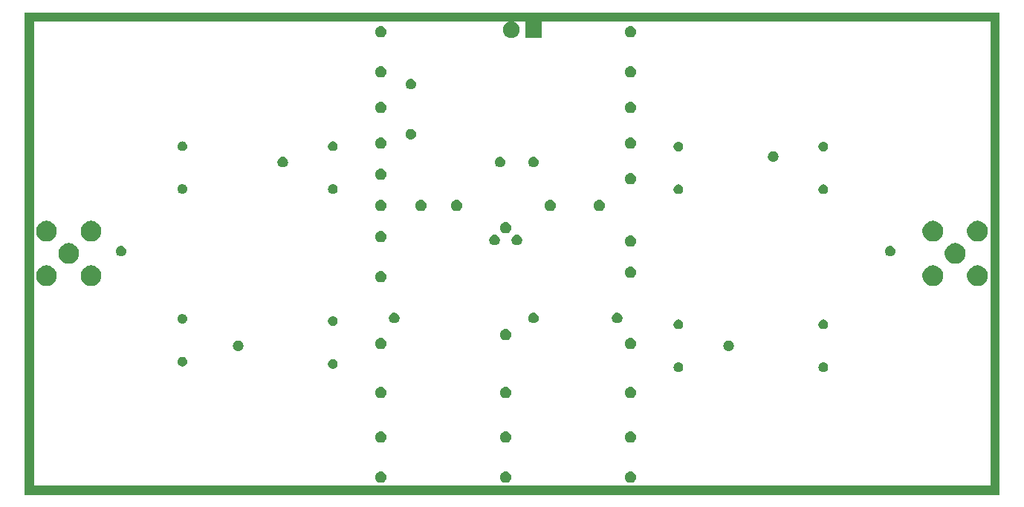
<source format=gbr>
G04 #@! TF.GenerationSoftware,KiCad,Pcbnew,(5.1.0)-1*
G04 #@! TF.CreationDate,2019-08-25T01:17:47+02:00*
G04 #@! TF.ProjectId,Filtre-de-resolution-MSA-200-Hz,46696c74-7265-42d6-9465-2d7265736f6c,1.0*
G04 #@! TF.SameCoordinates,Original*
G04 #@! TF.FileFunction,Soldermask,Bot*
G04 #@! TF.FilePolarity,Negative*
%FSLAX46Y46*%
G04 Gerber Fmt 4.6, Leading zero omitted, Abs format (unit mm)*
G04 Created by KiCad (PCBNEW (5.1.0)-1) date 2019-08-25 01:17:47*
%MOMM*%
%LPD*%
G04 APERTURE LIST*
%ADD10C,0.100000*%
G04 APERTURE END LIST*
D10*
G36*
X201000000Y-130000000D02*
G01*
X200000000Y-130000000D01*
X200000000Y-75000000D01*
X201000000Y-75000000D01*
X201000000Y-130000000D01*
G37*
X201000000Y-130000000D02*
X200000000Y-130000000D01*
X200000000Y-75000000D01*
X201000000Y-75000000D01*
X201000000Y-130000000D01*
G36*
X201000000Y-130000000D02*
G01*
X90000000Y-130000000D01*
X90000000Y-129000000D01*
X201000000Y-129000000D01*
X201000000Y-130000000D01*
G37*
X201000000Y-130000000D02*
X90000000Y-130000000D01*
X90000000Y-129000000D01*
X201000000Y-129000000D01*
X201000000Y-130000000D01*
G36*
X91000000Y-130000000D02*
G01*
X90000000Y-130000000D01*
X90000000Y-75000000D01*
X91000000Y-75000000D01*
X91000000Y-130000000D01*
G37*
X91000000Y-130000000D02*
X90000000Y-130000000D01*
X90000000Y-75000000D01*
X91000000Y-75000000D01*
X91000000Y-130000000D01*
G36*
X201000000Y-76000000D02*
G01*
X90000000Y-76000000D01*
X90000000Y-75000000D01*
X201000000Y-75000000D01*
X201000000Y-76000000D01*
G37*
X201000000Y-76000000D02*
X90000000Y-76000000D01*
X90000000Y-75000000D01*
X201000000Y-75000000D01*
X201000000Y-76000000D01*
G36*
X130745890Y-127390017D02*
G01*
X130864364Y-127439091D01*
X130970988Y-127510335D01*
X131061665Y-127601012D01*
X131132909Y-127707636D01*
X131181983Y-127826110D01*
X131207000Y-127951882D01*
X131207000Y-128080118D01*
X131181983Y-128205890D01*
X131132909Y-128324364D01*
X131061665Y-128430988D01*
X130970988Y-128521665D01*
X130864364Y-128592909D01*
X130864363Y-128592910D01*
X130864362Y-128592910D01*
X130745890Y-128641983D01*
X130620119Y-128667000D01*
X130491881Y-128667000D01*
X130366110Y-128641983D01*
X130247638Y-128592910D01*
X130247637Y-128592910D01*
X130247636Y-128592909D01*
X130141012Y-128521665D01*
X130050335Y-128430988D01*
X129979091Y-128324364D01*
X129930017Y-128205890D01*
X129905000Y-128080118D01*
X129905000Y-127951882D01*
X129930017Y-127826110D01*
X129979091Y-127707636D01*
X130050335Y-127601012D01*
X130141012Y-127510335D01*
X130247636Y-127439091D01*
X130366110Y-127390017D01*
X130491881Y-127365000D01*
X130620119Y-127365000D01*
X130745890Y-127390017D01*
X130745890Y-127390017D01*
G37*
G36*
X144969890Y-127390017D02*
G01*
X145088364Y-127439091D01*
X145194988Y-127510335D01*
X145285665Y-127601012D01*
X145356909Y-127707636D01*
X145405983Y-127826110D01*
X145431000Y-127951882D01*
X145431000Y-128080118D01*
X145405983Y-128205890D01*
X145356909Y-128324364D01*
X145285665Y-128430988D01*
X145194988Y-128521665D01*
X145088364Y-128592909D01*
X145088363Y-128592910D01*
X145088362Y-128592910D01*
X144969890Y-128641983D01*
X144844119Y-128667000D01*
X144715881Y-128667000D01*
X144590110Y-128641983D01*
X144471638Y-128592910D01*
X144471637Y-128592910D01*
X144471636Y-128592909D01*
X144365012Y-128521665D01*
X144274335Y-128430988D01*
X144203091Y-128324364D01*
X144154017Y-128205890D01*
X144129000Y-128080118D01*
X144129000Y-127951882D01*
X144154017Y-127826110D01*
X144203091Y-127707636D01*
X144274335Y-127601012D01*
X144365012Y-127510335D01*
X144471636Y-127439091D01*
X144590110Y-127390017D01*
X144715881Y-127365000D01*
X144844119Y-127365000D01*
X144969890Y-127390017D01*
X144969890Y-127390017D01*
G37*
G36*
X159193890Y-127390017D02*
G01*
X159312364Y-127439091D01*
X159418988Y-127510335D01*
X159509665Y-127601012D01*
X159580909Y-127707636D01*
X159629983Y-127826110D01*
X159655000Y-127951882D01*
X159655000Y-128080118D01*
X159629983Y-128205890D01*
X159580909Y-128324364D01*
X159509665Y-128430988D01*
X159418988Y-128521665D01*
X159312364Y-128592909D01*
X159312363Y-128592910D01*
X159312362Y-128592910D01*
X159193890Y-128641983D01*
X159068119Y-128667000D01*
X158939881Y-128667000D01*
X158814110Y-128641983D01*
X158695638Y-128592910D01*
X158695637Y-128592910D01*
X158695636Y-128592909D01*
X158589012Y-128521665D01*
X158498335Y-128430988D01*
X158427091Y-128324364D01*
X158378017Y-128205890D01*
X158353000Y-128080118D01*
X158353000Y-127951882D01*
X158378017Y-127826110D01*
X158427091Y-127707636D01*
X158498335Y-127601012D01*
X158589012Y-127510335D01*
X158695636Y-127439091D01*
X158814110Y-127390017D01*
X158939881Y-127365000D01*
X159068119Y-127365000D01*
X159193890Y-127390017D01*
X159193890Y-127390017D01*
G37*
G36*
X144969890Y-122818017D02*
G01*
X145088364Y-122867091D01*
X145194988Y-122938335D01*
X145285665Y-123029012D01*
X145356909Y-123135636D01*
X145405983Y-123254110D01*
X145431000Y-123379882D01*
X145431000Y-123508118D01*
X145405983Y-123633890D01*
X145356909Y-123752364D01*
X145285665Y-123858988D01*
X145194988Y-123949665D01*
X145088364Y-124020909D01*
X145088363Y-124020910D01*
X145088362Y-124020910D01*
X144969890Y-124069983D01*
X144844119Y-124095000D01*
X144715881Y-124095000D01*
X144590110Y-124069983D01*
X144471638Y-124020910D01*
X144471637Y-124020910D01*
X144471636Y-124020909D01*
X144365012Y-123949665D01*
X144274335Y-123858988D01*
X144203091Y-123752364D01*
X144154017Y-123633890D01*
X144129000Y-123508118D01*
X144129000Y-123379882D01*
X144154017Y-123254110D01*
X144203091Y-123135636D01*
X144274335Y-123029012D01*
X144365012Y-122938335D01*
X144471636Y-122867091D01*
X144590110Y-122818017D01*
X144715881Y-122793000D01*
X144844119Y-122793000D01*
X144969890Y-122818017D01*
X144969890Y-122818017D01*
G37*
G36*
X130745890Y-122818017D02*
G01*
X130864364Y-122867091D01*
X130970988Y-122938335D01*
X131061665Y-123029012D01*
X131132909Y-123135636D01*
X131181983Y-123254110D01*
X131207000Y-123379882D01*
X131207000Y-123508118D01*
X131181983Y-123633890D01*
X131132909Y-123752364D01*
X131061665Y-123858988D01*
X130970988Y-123949665D01*
X130864364Y-124020909D01*
X130864363Y-124020910D01*
X130864362Y-124020910D01*
X130745890Y-124069983D01*
X130620119Y-124095000D01*
X130491881Y-124095000D01*
X130366110Y-124069983D01*
X130247638Y-124020910D01*
X130247637Y-124020910D01*
X130247636Y-124020909D01*
X130141012Y-123949665D01*
X130050335Y-123858988D01*
X129979091Y-123752364D01*
X129930017Y-123633890D01*
X129905000Y-123508118D01*
X129905000Y-123379882D01*
X129930017Y-123254110D01*
X129979091Y-123135636D01*
X130050335Y-123029012D01*
X130141012Y-122938335D01*
X130247636Y-122867091D01*
X130366110Y-122818017D01*
X130491881Y-122793000D01*
X130620119Y-122793000D01*
X130745890Y-122818017D01*
X130745890Y-122818017D01*
G37*
G36*
X159193890Y-122818017D02*
G01*
X159312364Y-122867091D01*
X159418988Y-122938335D01*
X159509665Y-123029012D01*
X159580909Y-123135636D01*
X159629983Y-123254110D01*
X159655000Y-123379882D01*
X159655000Y-123508118D01*
X159629983Y-123633890D01*
X159580909Y-123752364D01*
X159509665Y-123858988D01*
X159418988Y-123949665D01*
X159312364Y-124020909D01*
X159312363Y-124020910D01*
X159312362Y-124020910D01*
X159193890Y-124069983D01*
X159068119Y-124095000D01*
X158939881Y-124095000D01*
X158814110Y-124069983D01*
X158695638Y-124020910D01*
X158695637Y-124020910D01*
X158695636Y-124020909D01*
X158589012Y-123949665D01*
X158498335Y-123858988D01*
X158427091Y-123752364D01*
X158378017Y-123633890D01*
X158353000Y-123508118D01*
X158353000Y-123379882D01*
X158378017Y-123254110D01*
X158427091Y-123135636D01*
X158498335Y-123029012D01*
X158589012Y-122938335D01*
X158695636Y-122867091D01*
X158814110Y-122818017D01*
X158939881Y-122793000D01*
X159068119Y-122793000D01*
X159193890Y-122818017D01*
X159193890Y-122818017D01*
G37*
G36*
X159193890Y-117738017D02*
G01*
X159312364Y-117787091D01*
X159418988Y-117858335D01*
X159509665Y-117949012D01*
X159580909Y-118055636D01*
X159629983Y-118174110D01*
X159655000Y-118299882D01*
X159655000Y-118428118D01*
X159629983Y-118553890D01*
X159580909Y-118672364D01*
X159509665Y-118778988D01*
X159418988Y-118869665D01*
X159312364Y-118940909D01*
X159312363Y-118940910D01*
X159312362Y-118940910D01*
X159193890Y-118989983D01*
X159068119Y-119015000D01*
X158939881Y-119015000D01*
X158814110Y-118989983D01*
X158695638Y-118940910D01*
X158695637Y-118940910D01*
X158695636Y-118940909D01*
X158589012Y-118869665D01*
X158498335Y-118778988D01*
X158427091Y-118672364D01*
X158378017Y-118553890D01*
X158353000Y-118428118D01*
X158353000Y-118299882D01*
X158378017Y-118174110D01*
X158427091Y-118055636D01*
X158498335Y-117949012D01*
X158589012Y-117858335D01*
X158695636Y-117787091D01*
X158814110Y-117738017D01*
X158939881Y-117713000D01*
X159068119Y-117713000D01*
X159193890Y-117738017D01*
X159193890Y-117738017D01*
G37*
G36*
X144969890Y-117738017D02*
G01*
X145088364Y-117787091D01*
X145194988Y-117858335D01*
X145285665Y-117949012D01*
X145356909Y-118055636D01*
X145405983Y-118174110D01*
X145431000Y-118299882D01*
X145431000Y-118428118D01*
X145405983Y-118553890D01*
X145356909Y-118672364D01*
X145285665Y-118778988D01*
X145194988Y-118869665D01*
X145088364Y-118940909D01*
X145088363Y-118940910D01*
X145088362Y-118940910D01*
X144969890Y-118989983D01*
X144844119Y-119015000D01*
X144715881Y-119015000D01*
X144590110Y-118989983D01*
X144471638Y-118940910D01*
X144471637Y-118940910D01*
X144471636Y-118940909D01*
X144365012Y-118869665D01*
X144274335Y-118778988D01*
X144203091Y-118672364D01*
X144154017Y-118553890D01*
X144129000Y-118428118D01*
X144129000Y-118299882D01*
X144154017Y-118174110D01*
X144203091Y-118055636D01*
X144274335Y-117949012D01*
X144365012Y-117858335D01*
X144471636Y-117787091D01*
X144590110Y-117738017D01*
X144715881Y-117713000D01*
X144844119Y-117713000D01*
X144969890Y-117738017D01*
X144969890Y-117738017D01*
G37*
G36*
X130745890Y-117738017D02*
G01*
X130864364Y-117787091D01*
X130970988Y-117858335D01*
X131061665Y-117949012D01*
X131132909Y-118055636D01*
X131181983Y-118174110D01*
X131207000Y-118299882D01*
X131207000Y-118428118D01*
X131181983Y-118553890D01*
X131132909Y-118672364D01*
X131061665Y-118778988D01*
X130970988Y-118869665D01*
X130864364Y-118940909D01*
X130864363Y-118940910D01*
X130864362Y-118940910D01*
X130745890Y-118989983D01*
X130620119Y-119015000D01*
X130491881Y-119015000D01*
X130366110Y-118989983D01*
X130247638Y-118940910D01*
X130247637Y-118940910D01*
X130247636Y-118940909D01*
X130141012Y-118869665D01*
X130050335Y-118778988D01*
X129979091Y-118672364D01*
X129930017Y-118553890D01*
X129905000Y-118428118D01*
X129905000Y-118299882D01*
X129930017Y-118174110D01*
X129979091Y-118055636D01*
X130050335Y-117949012D01*
X130141012Y-117858335D01*
X130247636Y-117787091D01*
X130366110Y-117738017D01*
X130491881Y-117713000D01*
X130620119Y-117713000D01*
X130745890Y-117738017D01*
X130745890Y-117738017D01*
G37*
G36*
X164625721Y-114940174D02*
G01*
X164725995Y-114981709D01*
X164725996Y-114981710D01*
X164816242Y-115042010D01*
X164892990Y-115118758D01*
X164892991Y-115118760D01*
X164953291Y-115209005D01*
X164994826Y-115309279D01*
X165016000Y-115415730D01*
X165016000Y-115524270D01*
X164994826Y-115630721D01*
X164953291Y-115730995D01*
X164953290Y-115730996D01*
X164892990Y-115821242D01*
X164816242Y-115897990D01*
X164770812Y-115928345D01*
X164725995Y-115958291D01*
X164625721Y-115999826D01*
X164519270Y-116021000D01*
X164410730Y-116021000D01*
X164304279Y-115999826D01*
X164204005Y-115958291D01*
X164159188Y-115928345D01*
X164113758Y-115897990D01*
X164037010Y-115821242D01*
X163976710Y-115730996D01*
X163976709Y-115730995D01*
X163935174Y-115630721D01*
X163914000Y-115524270D01*
X163914000Y-115415730D01*
X163935174Y-115309279D01*
X163976709Y-115209005D01*
X164037009Y-115118760D01*
X164037010Y-115118758D01*
X164113758Y-115042010D01*
X164204004Y-114981710D01*
X164204005Y-114981709D01*
X164304279Y-114940174D01*
X164410730Y-114919000D01*
X164519270Y-114919000D01*
X164625721Y-114940174D01*
X164625721Y-114940174D01*
G37*
G36*
X181135721Y-114940174D02*
G01*
X181235995Y-114981709D01*
X181235996Y-114981710D01*
X181326242Y-115042010D01*
X181402990Y-115118758D01*
X181402991Y-115118760D01*
X181463291Y-115209005D01*
X181504826Y-115309279D01*
X181526000Y-115415730D01*
X181526000Y-115524270D01*
X181504826Y-115630721D01*
X181463291Y-115730995D01*
X181463290Y-115730996D01*
X181402990Y-115821242D01*
X181326242Y-115897990D01*
X181280812Y-115928345D01*
X181235995Y-115958291D01*
X181135721Y-115999826D01*
X181029270Y-116021000D01*
X180920730Y-116021000D01*
X180814279Y-115999826D01*
X180714005Y-115958291D01*
X180669188Y-115928345D01*
X180623758Y-115897990D01*
X180547010Y-115821242D01*
X180486710Y-115730996D01*
X180486709Y-115730995D01*
X180445174Y-115630721D01*
X180424000Y-115524270D01*
X180424000Y-115415730D01*
X180445174Y-115309279D01*
X180486709Y-115209005D01*
X180547009Y-115118760D01*
X180547010Y-115118758D01*
X180623758Y-115042010D01*
X180714004Y-114981710D01*
X180714005Y-114981709D01*
X180814279Y-114940174D01*
X180920730Y-114919000D01*
X181029270Y-114919000D01*
X181135721Y-114940174D01*
X181135721Y-114940174D01*
G37*
G36*
X125255721Y-114560174D02*
G01*
X125355995Y-114601709D01*
X125355996Y-114601710D01*
X125446242Y-114662010D01*
X125522990Y-114738758D01*
X125522991Y-114738760D01*
X125583291Y-114829005D01*
X125624826Y-114929279D01*
X125646000Y-115035730D01*
X125646000Y-115144270D01*
X125624826Y-115250721D01*
X125583291Y-115350995D01*
X125583290Y-115350996D01*
X125522990Y-115441242D01*
X125446242Y-115517990D01*
X125436843Y-115524270D01*
X125355995Y-115578291D01*
X125255721Y-115619826D01*
X125149270Y-115641000D01*
X125040730Y-115641000D01*
X124934279Y-115619826D01*
X124834005Y-115578291D01*
X124753157Y-115524270D01*
X124743758Y-115517990D01*
X124667010Y-115441242D01*
X124606710Y-115350996D01*
X124606709Y-115350995D01*
X124565174Y-115250721D01*
X124544000Y-115144270D01*
X124544000Y-115035730D01*
X124565174Y-114929279D01*
X124606709Y-114829005D01*
X124667009Y-114738760D01*
X124667010Y-114738758D01*
X124743758Y-114662010D01*
X124834004Y-114601710D01*
X124834005Y-114601709D01*
X124934279Y-114560174D01*
X125040730Y-114539000D01*
X125149270Y-114539000D01*
X125255721Y-114560174D01*
X125255721Y-114560174D01*
G37*
G36*
X108110721Y-114305174D02*
G01*
X108210995Y-114346709D01*
X108210996Y-114346710D01*
X108301242Y-114407010D01*
X108377990Y-114483758D01*
X108377991Y-114483760D01*
X108438291Y-114574005D01*
X108479826Y-114674279D01*
X108501000Y-114780730D01*
X108501000Y-114889270D01*
X108479826Y-114995721D01*
X108438291Y-115095995D01*
X108438290Y-115095996D01*
X108377990Y-115186242D01*
X108301242Y-115262990D01*
X108255812Y-115293345D01*
X108210995Y-115323291D01*
X108110721Y-115364826D01*
X108004270Y-115386000D01*
X107895730Y-115386000D01*
X107789279Y-115364826D01*
X107689005Y-115323291D01*
X107644188Y-115293345D01*
X107598758Y-115262990D01*
X107522010Y-115186242D01*
X107461710Y-115095996D01*
X107461709Y-115095995D01*
X107420174Y-114995721D01*
X107399000Y-114889270D01*
X107399000Y-114780730D01*
X107420174Y-114674279D01*
X107461709Y-114574005D01*
X107522009Y-114483760D01*
X107522010Y-114483758D01*
X107598758Y-114407010D01*
X107689004Y-114346710D01*
X107689005Y-114346709D01*
X107789279Y-114305174D01*
X107895730Y-114284000D01*
X108004270Y-114284000D01*
X108110721Y-114305174D01*
X108110721Y-114305174D01*
G37*
G36*
X114436601Y-112444397D02*
G01*
X114475305Y-112452096D01*
X114507340Y-112465365D01*
X114584680Y-112497400D01*
X114683115Y-112563173D01*
X114766827Y-112646885D01*
X114832600Y-112745320D01*
X114877904Y-112854696D01*
X114901000Y-112970805D01*
X114901000Y-113089195D01*
X114877904Y-113205304D01*
X114832600Y-113314680D01*
X114766827Y-113413115D01*
X114683115Y-113496827D01*
X114584680Y-113562600D01*
X114507340Y-113594635D01*
X114475305Y-113607904D01*
X114436601Y-113615603D01*
X114359195Y-113631000D01*
X114240805Y-113631000D01*
X114163399Y-113615603D01*
X114124695Y-113607904D01*
X114092660Y-113594635D01*
X114015320Y-113562600D01*
X113916885Y-113496827D01*
X113833173Y-113413115D01*
X113767400Y-113314680D01*
X113722096Y-113205304D01*
X113699000Y-113089195D01*
X113699000Y-112970805D01*
X113722096Y-112854696D01*
X113767400Y-112745320D01*
X113833173Y-112646885D01*
X113916885Y-112563173D01*
X114015320Y-112497400D01*
X114092660Y-112465365D01*
X114124695Y-112452096D01*
X114163399Y-112444397D01*
X114240805Y-112429000D01*
X114359195Y-112429000D01*
X114436601Y-112444397D01*
X114436601Y-112444397D01*
G37*
G36*
X170316601Y-112444397D02*
G01*
X170355305Y-112452096D01*
X170387340Y-112465365D01*
X170464680Y-112497400D01*
X170563115Y-112563173D01*
X170646827Y-112646885D01*
X170712600Y-112745320D01*
X170757904Y-112854696D01*
X170781000Y-112970805D01*
X170781000Y-113089195D01*
X170757904Y-113205304D01*
X170712600Y-113314680D01*
X170646827Y-113413115D01*
X170563115Y-113496827D01*
X170464680Y-113562600D01*
X170387340Y-113594635D01*
X170355305Y-113607904D01*
X170316601Y-113615603D01*
X170239195Y-113631000D01*
X170120805Y-113631000D01*
X170043399Y-113615603D01*
X170004695Y-113607904D01*
X169972660Y-113594635D01*
X169895320Y-113562600D01*
X169796885Y-113496827D01*
X169713173Y-113413115D01*
X169647400Y-113314680D01*
X169602096Y-113205304D01*
X169579000Y-113089195D01*
X169579000Y-112970805D01*
X169602096Y-112854696D01*
X169647400Y-112745320D01*
X169713173Y-112646885D01*
X169796885Y-112563173D01*
X169895320Y-112497400D01*
X169972660Y-112465365D01*
X170004695Y-112452096D01*
X170043399Y-112444397D01*
X170120805Y-112429000D01*
X170239195Y-112429000D01*
X170316601Y-112444397D01*
X170316601Y-112444397D01*
G37*
G36*
X159193890Y-112150017D02*
G01*
X159312364Y-112199091D01*
X159411999Y-112265665D01*
X159418988Y-112270335D01*
X159509665Y-112361012D01*
X159580910Y-112467638D01*
X159629983Y-112586110D01*
X159655000Y-112711881D01*
X159655000Y-112840119D01*
X159629983Y-112965890D01*
X159580909Y-113084364D01*
X159509665Y-113190988D01*
X159418988Y-113281665D01*
X159312364Y-113352909D01*
X159312363Y-113352910D01*
X159312362Y-113352910D01*
X159193890Y-113401983D01*
X159068119Y-113427000D01*
X158939881Y-113427000D01*
X158814110Y-113401983D01*
X158695638Y-113352910D01*
X158695637Y-113352910D01*
X158695636Y-113352909D01*
X158589012Y-113281665D01*
X158498335Y-113190988D01*
X158427091Y-113084364D01*
X158378017Y-112965890D01*
X158353000Y-112840119D01*
X158353000Y-112711881D01*
X158378017Y-112586110D01*
X158427090Y-112467638D01*
X158498335Y-112361012D01*
X158589012Y-112270335D01*
X158596001Y-112265665D01*
X158695636Y-112199091D01*
X158814110Y-112150017D01*
X158939881Y-112125000D01*
X159068119Y-112125000D01*
X159193890Y-112150017D01*
X159193890Y-112150017D01*
G37*
G36*
X130745890Y-112150017D02*
G01*
X130864364Y-112199091D01*
X130963999Y-112265665D01*
X130970988Y-112270335D01*
X131061665Y-112361012D01*
X131132910Y-112467638D01*
X131181983Y-112586110D01*
X131207000Y-112711881D01*
X131207000Y-112840119D01*
X131181983Y-112965890D01*
X131132909Y-113084364D01*
X131061665Y-113190988D01*
X130970988Y-113281665D01*
X130864364Y-113352909D01*
X130864363Y-113352910D01*
X130864362Y-113352910D01*
X130745890Y-113401983D01*
X130620119Y-113427000D01*
X130491881Y-113427000D01*
X130366110Y-113401983D01*
X130247638Y-113352910D01*
X130247637Y-113352910D01*
X130247636Y-113352909D01*
X130141012Y-113281665D01*
X130050335Y-113190988D01*
X129979091Y-113084364D01*
X129930017Y-112965890D01*
X129905000Y-112840119D01*
X129905000Y-112711881D01*
X129930017Y-112586110D01*
X129979090Y-112467638D01*
X130050335Y-112361012D01*
X130141012Y-112270335D01*
X130148001Y-112265665D01*
X130247636Y-112199091D01*
X130366110Y-112150017D01*
X130491881Y-112125000D01*
X130620119Y-112125000D01*
X130745890Y-112150017D01*
X130745890Y-112150017D01*
G37*
G36*
X144969890Y-111134017D02*
G01*
X145088364Y-111183091D01*
X145194988Y-111254335D01*
X145285665Y-111345012D01*
X145356909Y-111451636D01*
X145405983Y-111570110D01*
X145431000Y-111695882D01*
X145431000Y-111824118D01*
X145405983Y-111949890D01*
X145356909Y-112068364D01*
X145285665Y-112174988D01*
X145194988Y-112265665D01*
X145088364Y-112336909D01*
X145088363Y-112336910D01*
X145088362Y-112336910D01*
X144969890Y-112385983D01*
X144844119Y-112411000D01*
X144715881Y-112411000D01*
X144590110Y-112385983D01*
X144471638Y-112336910D01*
X144471637Y-112336910D01*
X144471636Y-112336909D01*
X144365012Y-112265665D01*
X144274335Y-112174988D01*
X144203091Y-112068364D01*
X144154017Y-111949890D01*
X144129000Y-111824118D01*
X144129000Y-111695882D01*
X144154017Y-111570110D01*
X144203091Y-111451636D01*
X144274335Y-111345012D01*
X144365012Y-111254335D01*
X144471636Y-111183091D01*
X144590110Y-111134017D01*
X144715881Y-111109000D01*
X144844119Y-111109000D01*
X144969890Y-111134017D01*
X144969890Y-111134017D01*
G37*
G36*
X181135721Y-110060174D02*
G01*
X181235995Y-110101709D01*
X181235996Y-110101710D01*
X181326242Y-110162010D01*
X181402990Y-110238758D01*
X181402991Y-110238760D01*
X181463291Y-110329005D01*
X181504826Y-110429279D01*
X181526000Y-110535730D01*
X181526000Y-110644270D01*
X181504826Y-110750721D01*
X181463291Y-110850995D01*
X181463290Y-110850996D01*
X181402990Y-110941242D01*
X181326242Y-111017990D01*
X181280812Y-111048345D01*
X181235995Y-111078291D01*
X181135721Y-111119826D01*
X181029270Y-111141000D01*
X180920730Y-111141000D01*
X180814279Y-111119826D01*
X180714005Y-111078291D01*
X180669188Y-111048345D01*
X180623758Y-111017990D01*
X180547010Y-110941242D01*
X180486710Y-110850996D01*
X180486709Y-110850995D01*
X180445174Y-110750721D01*
X180424000Y-110644270D01*
X180424000Y-110535730D01*
X180445174Y-110429279D01*
X180486709Y-110329005D01*
X180547009Y-110238760D01*
X180547010Y-110238758D01*
X180623758Y-110162010D01*
X180714004Y-110101710D01*
X180714005Y-110101709D01*
X180814279Y-110060174D01*
X180920730Y-110039000D01*
X181029270Y-110039000D01*
X181135721Y-110060174D01*
X181135721Y-110060174D01*
G37*
G36*
X164625721Y-110060174D02*
G01*
X164725995Y-110101709D01*
X164725996Y-110101710D01*
X164816242Y-110162010D01*
X164892990Y-110238758D01*
X164892991Y-110238760D01*
X164953291Y-110329005D01*
X164994826Y-110429279D01*
X165016000Y-110535730D01*
X165016000Y-110644270D01*
X164994826Y-110750721D01*
X164953291Y-110850995D01*
X164953290Y-110850996D01*
X164892990Y-110941242D01*
X164816242Y-111017990D01*
X164770812Y-111048345D01*
X164725995Y-111078291D01*
X164625721Y-111119826D01*
X164519270Y-111141000D01*
X164410730Y-111141000D01*
X164304279Y-111119826D01*
X164204005Y-111078291D01*
X164159188Y-111048345D01*
X164113758Y-111017990D01*
X164037010Y-110941242D01*
X163976710Y-110850996D01*
X163976709Y-110850995D01*
X163935174Y-110750721D01*
X163914000Y-110644270D01*
X163914000Y-110535730D01*
X163935174Y-110429279D01*
X163976709Y-110329005D01*
X164037009Y-110238760D01*
X164037010Y-110238758D01*
X164113758Y-110162010D01*
X164204004Y-110101710D01*
X164204005Y-110101709D01*
X164304279Y-110060174D01*
X164410730Y-110039000D01*
X164519270Y-110039000D01*
X164625721Y-110060174D01*
X164625721Y-110060174D01*
G37*
G36*
X125255721Y-109680174D02*
G01*
X125355995Y-109721709D01*
X125355996Y-109721710D01*
X125446242Y-109782010D01*
X125522990Y-109858758D01*
X125522991Y-109858760D01*
X125583291Y-109949005D01*
X125624826Y-110049279D01*
X125646000Y-110155730D01*
X125646000Y-110264270D01*
X125624826Y-110370721D01*
X125583291Y-110470995D01*
X125583290Y-110470996D01*
X125522990Y-110561242D01*
X125446242Y-110637990D01*
X125436843Y-110644270D01*
X125355995Y-110698291D01*
X125255721Y-110739826D01*
X125149270Y-110761000D01*
X125040730Y-110761000D01*
X124934279Y-110739826D01*
X124834005Y-110698291D01*
X124753157Y-110644270D01*
X124743758Y-110637990D01*
X124667010Y-110561242D01*
X124606710Y-110470996D01*
X124606709Y-110470995D01*
X124565174Y-110370721D01*
X124544000Y-110264270D01*
X124544000Y-110155730D01*
X124565174Y-110049279D01*
X124606709Y-109949005D01*
X124667009Y-109858760D01*
X124667010Y-109858758D01*
X124743758Y-109782010D01*
X124834004Y-109721710D01*
X124834005Y-109721709D01*
X124934279Y-109680174D01*
X125040730Y-109659000D01*
X125149270Y-109659000D01*
X125255721Y-109680174D01*
X125255721Y-109680174D01*
G37*
G36*
X108110721Y-109425174D02*
G01*
X108210995Y-109466709D01*
X108210996Y-109466710D01*
X108301242Y-109527010D01*
X108377990Y-109603758D01*
X108377991Y-109603760D01*
X108438291Y-109694005D01*
X108479826Y-109794279D01*
X108501000Y-109900730D01*
X108501000Y-110009270D01*
X108479826Y-110115721D01*
X108438291Y-110215995D01*
X108438290Y-110215996D01*
X108377990Y-110306242D01*
X108301242Y-110382990D01*
X108255812Y-110413345D01*
X108210995Y-110443291D01*
X108110721Y-110484826D01*
X108004270Y-110506000D01*
X107895730Y-110506000D01*
X107789279Y-110484826D01*
X107689005Y-110443291D01*
X107644188Y-110413345D01*
X107598758Y-110382990D01*
X107522010Y-110306242D01*
X107461710Y-110215996D01*
X107461709Y-110215995D01*
X107420174Y-110115721D01*
X107399000Y-110009270D01*
X107399000Y-109900730D01*
X107420174Y-109794279D01*
X107461709Y-109694005D01*
X107522009Y-109603760D01*
X107522010Y-109603758D01*
X107598758Y-109527010D01*
X107689004Y-109466710D01*
X107689005Y-109466709D01*
X107789279Y-109425174D01*
X107895730Y-109404000D01*
X108004270Y-109404000D01*
X108110721Y-109425174D01*
X108110721Y-109425174D01*
G37*
G36*
X148091601Y-109269397D02*
G01*
X148130305Y-109277096D01*
X148162340Y-109290365D01*
X148239680Y-109322400D01*
X148338115Y-109388173D01*
X148421827Y-109471885D01*
X148487600Y-109570320D01*
X148532904Y-109679696D01*
X148556000Y-109795805D01*
X148556000Y-109914195D01*
X148540603Y-109991601D01*
X148532904Y-110030305D01*
X148520532Y-110060174D01*
X148487600Y-110139680D01*
X148421827Y-110238115D01*
X148338115Y-110321827D01*
X148239680Y-110387600D01*
X148162340Y-110419635D01*
X148130305Y-110432904D01*
X148091601Y-110440603D01*
X148014195Y-110456000D01*
X147895805Y-110456000D01*
X147818399Y-110440603D01*
X147779695Y-110432904D01*
X147747660Y-110419635D01*
X147670320Y-110387600D01*
X147571885Y-110321827D01*
X147488173Y-110238115D01*
X147422400Y-110139680D01*
X147389468Y-110060174D01*
X147377096Y-110030305D01*
X147369397Y-109991601D01*
X147354000Y-109914195D01*
X147354000Y-109795805D01*
X147377096Y-109679696D01*
X147422400Y-109570320D01*
X147488173Y-109471885D01*
X147571885Y-109388173D01*
X147670320Y-109322400D01*
X147747660Y-109290365D01*
X147779695Y-109277096D01*
X147818399Y-109269397D01*
X147895805Y-109254000D01*
X148014195Y-109254000D01*
X148091601Y-109269397D01*
X148091601Y-109269397D01*
G37*
G36*
X132216601Y-109269397D02*
G01*
X132255305Y-109277096D01*
X132287340Y-109290365D01*
X132364680Y-109322400D01*
X132463115Y-109388173D01*
X132546827Y-109471885D01*
X132612600Y-109570320D01*
X132657904Y-109679696D01*
X132681000Y-109795805D01*
X132681000Y-109914195D01*
X132665603Y-109991601D01*
X132657904Y-110030305D01*
X132645532Y-110060174D01*
X132612600Y-110139680D01*
X132546827Y-110238115D01*
X132463115Y-110321827D01*
X132364680Y-110387600D01*
X132287340Y-110419635D01*
X132255305Y-110432904D01*
X132216601Y-110440603D01*
X132139195Y-110456000D01*
X132020805Y-110456000D01*
X131943399Y-110440603D01*
X131904695Y-110432904D01*
X131872660Y-110419635D01*
X131795320Y-110387600D01*
X131696885Y-110321827D01*
X131613173Y-110238115D01*
X131547400Y-110139680D01*
X131514468Y-110060174D01*
X131502096Y-110030305D01*
X131494397Y-109991601D01*
X131479000Y-109914195D01*
X131479000Y-109795805D01*
X131502096Y-109679696D01*
X131547400Y-109570320D01*
X131613173Y-109471885D01*
X131696885Y-109388173D01*
X131795320Y-109322400D01*
X131872660Y-109290365D01*
X131904695Y-109277096D01*
X131943399Y-109269397D01*
X132020805Y-109254000D01*
X132139195Y-109254000D01*
X132216601Y-109269397D01*
X132216601Y-109269397D01*
G37*
G36*
X157616601Y-109269397D02*
G01*
X157655305Y-109277096D01*
X157687340Y-109290365D01*
X157764680Y-109322400D01*
X157863115Y-109388173D01*
X157946827Y-109471885D01*
X158012600Y-109570320D01*
X158057904Y-109679696D01*
X158081000Y-109795805D01*
X158081000Y-109914195D01*
X158065603Y-109991601D01*
X158057904Y-110030305D01*
X158045532Y-110060174D01*
X158012600Y-110139680D01*
X157946827Y-110238115D01*
X157863115Y-110321827D01*
X157764680Y-110387600D01*
X157687340Y-110419635D01*
X157655305Y-110432904D01*
X157616601Y-110440603D01*
X157539195Y-110456000D01*
X157420805Y-110456000D01*
X157343399Y-110440603D01*
X157304695Y-110432904D01*
X157272660Y-110419635D01*
X157195320Y-110387600D01*
X157096885Y-110321827D01*
X157013173Y-110238115D01*
X156947400Y-110139680D01*
X156914468Y-110060174D01*
X156902096Y-110030305D01*
X156894397Y-109991601D01*
X156879000Y-109914195D01*
X156879000Y-109795805D01*
X156902096Y-109679696D01*
X156947400Y-109570320D01*
X157013173Y-109471885D01*
X157096885Y-109388173D01*
X157195320Y-109322400D01*
X157272660Y-109290365D01*
X157304695Y-109277096D01*
X157343399Y-109269397D01*
X157420805Y-109254000D01*
X157539195Y-109254000D01*
X157616601Y-109269397D01*
X157616601Y-109269397D01*
G37*
G36*
X198731560Y-103879064D02*
G01*
X198883027Y-103909193D01*
X199097045Y-103997842D01*
X199097046Y-103997843D01*
X199289654Y-104126539D01*
X199453461Y-104290346D01*
X199539258Y-104418751D01*
X199582158Y-104482955D01*
X199670807Y-104696973D01*
X199716000Y-104924174D01*
X199716000Y-105155826D01*
X199670807Y-105383027D01*
X199582158Y-105597045D01*
X199582157Y-105597046D01*
X199453461Y-105789654D01*
X199289654Y-105953461D01*
X199161249Y-106039258D01*
X199097045Y-106082158D01*
X198883027Y-106170807D01*
X198731560Y-106200936D01*
X198655827Y-106216000D01*
X198424173Y-106216000D01*
X198348440Y-106200936D01*
X198196973Y-106170807D01*
X197982955Y-106082158D01*
X197918751Y-106039258D01*
X197790346Y-105953461D01*
X197626539Y-105789654D01*
X197497843Y-105597046D01*
X197497842Y-105597045D01*
X197409193Y-105383027D01*
X197364000Y-105155826D01*
X197364000Y-104924174D01*
X197409193Y-104696973D01*
X197497842Y-104482955D01*
X197540742Y-104418751D01*
X197626539Y-104290346D01*
X197790346Y-104126539D01*
X197982954Y-103997843D01*
X197982955Y-103997842D01*
X198196973Y-103909193D01*
X198348440Y-103879064D01*
X198424173Y-103864000D01*
X198655827Y-103864000D01*
X198731560Y-103879064D01*
X198731560Y-103879064D01*
G37*
G36*
X92651560Y-103879064D02*
G01*
X92803027Y-103909193D01*
X93017045Y-103997842D01*
X93017046Y-103997843D01*
X93209654Y-104126539D01*
X93373461Y-104290346D01*
X93459258Y-104418751D01*
X93502158Y-104482955D01*
X93590807Y-104696973D01*
X93636000Y-104924174D01*
X93636000Y-105155826D01*
X93590807Y-105383027D01*
X93502158Y-105597045D01*
X93502157Y-105597046D01*
X93373461Y-105789654D01*
X93209654Y-105953461D01*
X93081249Y-106039258D01*
X93017045Y-106082158D01*
X92803027Y-106170807D01*
X92651560Y-106200936D01*
X92575827Y-106216000D01*
X92344173Y-106216000D01*
X92268440Y-106200936D01*
X92116973Y-106170807D01*
X91902955Y-106082158D01*
X91838751Y-106039258D01*
X91710346Y-105953461D01*
X91546539Y-105789654D01*
X91417843Y-105597046D01*
X91417842Y-105597045D01*
X91329193Y-105383027D01*
X91284000Y-105155826D01*
X91284000Y-104924174D01*
X91329193Y-104696973D01*
X91417842Y-104482955D01*
X91460742Y-104418751D01*
X91546539Y-104290346D01*
X91710346Y-104126539D01*
X91902954Y-103997843D01*
X91902955Y-103997842D01*
X92116973Y-103909193D01*
X92268440Y-103879064D01*
X92344173Y-103864000D01*
X92575827Y-103864000D01*
X92651560Y-103879064D01*
X92651560Y-103879064D01*
G37*
G36*
X97731560Y-103879064D02*
G01*
X97883027Y-103909193D01*
X98097045Y-103997842D01*
X98097046Y-103997843D01*
X98289654Y-104126539D01*
X98453461Y-104290346D01*
X98539258Y-104418751D01*
X98582158Y-104482955D01*
X98670807Y-104696973D01*
X98716000Y-104924174D01*
X98716000Y-105155826D01*
X98670807Y-105383027D01*
X98582158Y-105597045D01*
X98582157Y-105597046D01*
X98453461Y-105789654D01*
X98289654Y-105953461D01*
X98161249Y-106039258D01*
X98097045Y-106082158D01*
X97883027Y-106170807D01*
X97731560Y-106200936D01*
X97655827Y-106216000D01*
X97424173Y-106216000D01*
X97348440Y-106200936D01*
X97196973Y-106170807D01*
X96982955Y-106082158D01*
X96918751Y-106039258D01*
X96790346Y-105953461D01*
X96626539Y-105789654D01*
X96497843Y-105597046D01*
X96497842Y-105597045D01*
X96409193Y-105383027D01*
X96364000Y-105155826D01*
X96364000Y-104924174D01*
X96409193Y-104696973D01*
X96497842Y-104482955D01*
X96540742Y-104418751D01*
X96626539Y-104290346D01*
X96790346Y-104126539D01*
X96982954Y-103997843D01*
X96982955Y-103997842D01*
X97196973Y-103909193D01*
X97348440Y-103879064D01*
X97424173Y-103864000D01*
X97655827Y-103864000D01*
X97731560Y-103879064D01*
X97731560Y-103879064D01*
G37*
G36*
X193651560Y-103879064D02*
G01*
X193803027Y-103909193D01*
X194017045Y-103997842D01*
X194017046Y-103997843D01*
X194209654Y-104126539D01*
X194373461Y-104290346D01*
X194459258Y-104418751D01*
X194502158Y-104482955D01*
X194590807Y-104696973D01*
X194636000Y-104924174D01*
X194636000Y-105155826D01*
X194590807Y-105383027D01*
X194502158Y-105597045D01*
X194502157Y-105597046D01*
X194373461Y-105789654D01*
X194209654Y-105953461D01*
X194081249Y-106039258D01*
X194017045Y-106082158D01*
X193803027Y-106170807D01*
X193651560Y-106200936D01*
X193575827Y-106216000D01*
X193344173Y-106216000D01*
X193268440Y-106200936D01*
X193116973Y-106170807D01*
X192902955Y-106082158D01*
X192838751Y-106039258D01*
X192710346Y-105953461D01*
X192546539Y-105789654D01*
X192417843Y-105597046D01*
X192417842Y-105597045D01*
X192329193Y-105383027D01*
X192284000Y-105155826D01*
X192284000Y-104924174D01*
X192329193Y-104696973D01*
X192417842Y-104482955D01*
X192460742Y-104418751D01*
X192546539Y-104290346D01*
X192710346Y-104126539D01*
X192902954Y-103997843D01*
X192902955Y-103997842D01*
X193116973Y-103909193D01*
X193268440Y-103879064D01*
X193344173Y-103864000D01*
X193575827Y-103864000D01*
X193651560Y-103879064D01*
X193651560Y-103879064D01*
G37*
G36*
X130745890Y-104530017D02*
G01*
X130864364Y-104579091D01*
X130970988Y-104650335D01*
X131061665Y-104741012D01*
X131132909Y-104847636D01*
X131181983Y-104966110D01*
X131207000Y-105091882D01*
X131207000Y-105220118D01*
X131181983Y-105345890D01*
X131132909Y-105464364D01*
X131061665Y-105570988D01*
X130970988Y-105661665D01*
X130864364Y-105732909D01*
X130864363Y-105732910D01*
X130864362Y-105732910D01*
X130745890Y-105781983D01*
X130620119Y-105807000D01*
X130491881Y-105807000D01*
X130366110Y-105781983D01*
X130247638Y-105732910D01*
X130247637Y-105732910D01*
X130247636Y-105732909D01*
X130141012Y-105661665D01*
X130050335Y-105570988D01*
X129979091Y-105464364D01*
X129930017Y-105345890D01*
X129905000Y-105220118D01*
X129905000Y-105091882D01*
X129930017Y-104966110D01*
X129979091Y-104847636D01*
X130050335Y-104741012D01*
X130141012Y-104650335D01*
X130247636Y-104579091D01*
X130366110Y-104530017D01*
X130491881Y-104505000D01*
X130620119Y-104505000D01*
X130745890Y-104530017D01*
X130745890Y-104530017D01*
G37*
G36*
X159193890Y-104022017D02*
G01*
X159312364Y-104071091D01*
X159418988Y-104142335D01*
X159509665Y-104233012D01*
X159580909Y-104339636D01*
X159629983Y-104458110D01*
X159655000Y-104583882D01*
X159655000Y-104712118D01*
X159629983Y-104837890D01*
X159580909Y-104956364D01*
X159509665Y-105062988D01*
X159418988Y-105153665D01*
X159312364Y-105224909D01*
X159312363Y-105224910D01*
X159312362Y-105224910D01*
X159193890Y-105273983D01*
X159068119Y-105299000D01*
X158939881Y-105299000D01*
X158814110Y-105273983D01*
X158695638Y-105224910D01*
X158695637Y-105224910D01*
X158695636Y-105224909D01*
X158589012Y-105153665D01*
X158498335Y-105062988D01*
X158427091Y-104956364D01*
X158378017Y-104837890D01*
X158353000Y-104712118D01*
X158353000Y-104583882D01*
X158378017Y-104458110D01*
X158427091Y-104339636D01*
X158498335Y-104233012D01*
X158589012Y-104142335D01*
X158695636Y-104071091D01*
X158814110Y-104022017D01*
X158939881Y-103997000D01*
X159068119Y-103997000D01*
X159193890Y-104022017D01*
X159193890Y-104022017D01*
G37*
G36*
X95191560Y-101339064D02*
G01*
X95343027Y-101369193D01*
X95557045Y-101457842D01*
X95557046Y-101457843D01*
X95749654Y-101586539D01*
X95913461Y-101750346D01*
X95981307Y-101851885D01*
X96042158Y-101942955D01*
X96130807Y-102156973D01*
X96176000Y-102384174D01*
X96176000Y-102615826D01*
X96130807Y-102843027D01*
X96042158Y-103057045D01*
X96042157Y-103057046D01*
X95913461Y-103249654D01*
X95749654Y-103413461D01*
X95621249Y-103499258D01*
X95557045Y-103542158D01*
X95343027Y-103630807D01*
X95191560Y-103660936D01*
X95115827Y-103676000D01*
X94884173Y-103676000D01*
X94808440Y-103660936D01*
X94656973Y-103630807D01*
X94442955Y-103542158D01*
X94378751Y-103499258D01*
X94250346Y-103413461D01*
X94086539Y-103249654D01*
X93957843Y-103057046D01*
X93957842Y-103057045D01*
X93869193Y-102843027D01*
X93824000Y-102615826D01*
X93824000Y-102384174D01*
X93869193Y-102156973D01*
X93957842Y-101942955D01*
X94018693Y-101851885D01*
X94086539Y-101750346D01*
X94250346Y-101586539D01*
X94442954Y-101457843D01*
X94442955Y-101457842D01*
X94656973Y-101369193D01*
X94808440Y-101339064D01*
X94884173Y-101324000D01*
X95115827Y-101324000D01*
X95191560Y-101339064D01*
X95191560Y-101339064D01*
G37*
G36*
X196191560Y-101339064D02*
G01*
X196343027Y-101369193D01*
X196557045Y-101457842D01*
X196557046Y-101457843D01*
X196749654Y-101586539D01*
X196913461Y-101750346D01*
X196981307Y-101851885D01*
X197042158Y-101942955D01*
X197130807Y-102156973D01*
X197176000Y-102384174D01*
X197176000Y-102615826D01*
X197130807Y-102843027D01*
X197042158Y-103057045D01*
X197042157Y-103057046D01*
X196913461Y-103249654D01*
X196749654Y-103413461D01*
X196621249Y-103499258D01*
X196557045Y-103542158D01*
X196343027Y-103630807D01*
X196191560Y-103660936D01*
X196115827Y-103676000D01*
X195884173Y-103676000D01*
X195808440Y-103660936D01*
X195656973Y-103630807D01*
X195442955Y-103542158D01*
X195378751Y-103499258D01*
X195250346Y-103413461D01*
X195086539Y-103249654D01*
X194957843Y-103057046D01*
X194957842Y-103057045D01*
X194869193Y-102843027D01*
X194824000Y-102615826D01*
X194824000Y-102384174D01*
X194869193Y-102156973D01*
X194957842Y-101942955D01*
X195018693Y-101851885D01*
X195086539Y-101750346D01*
X195250346Y-101586539D01*
X195442954Y-101457843D01*
X195442955Y-101457842D01*
X195656973Y-101369193D01*
X195808440Y-101339064D01*
X195884173Y-101324000D01*
X196115827Y-101324000D01*
X196191560Y-101339064D01*
X196191560Y-101339064D01*
G37*
G36*
X188731601Y-101649397D02*
G01*
X188770305Y-101657096D01*
X188798824Y-101668909D01*
X188879680Y-101702400D01*
X188978115Y-101768173D01*
X189061827Y-101851885D01*
X189127600Y-101950320D01*
X189172904Y-102059696D01*
X189196000Y-102175805D01*
X189196000Y-102294195D01*
X189172904Y-102410304D01*
X189127600Y-102519680D01*
X189061827Y-102618115D01*
X188978115Y-102701827D01*
X188879680Y-102767600D01*
X188802340Y-102799635D01*
X188770305Y-102812904D01*
X188731601Y-102820603D01*
X188654195Y-102836000D01*
X188535805Y-102836000D01*
X188458399Y-102820603D01*
X188419695Y-102812904D01*
X188387660Y-102799635D01*
X188310320Y-102767600D01*
X188211885Y-102701827D01*
X188128173Y-102618115D01*
X188062400Y-102519680D01*
X188017096Y-102410304D01*
X187994000Y-102294195D01*
X187994000Y-102175805D01*
X188017096Y-102059696D01*
X188062400Y-101950320D01*
X188128173Y-101851885D01*
X188211885Y-101768173D01*
X188310320Y-101702400D01*
X188391176Y-101668909D01*
X188419695Y-101657096D01*
X188458399Y-101649397D01*
X188535805Y-101634000D01*
X188654195Y-101634000D01*
X188731601Y-101649397D01*
X188731601Y-101649397D01*
G37*
G36*
X101101601Y-101649397D02*
G01*
X101140305Y-101657096D01*
X101168824Y-101668909D01*
X101249680Y-101702400D01*
X101348115Y-101768173D01*
X101431827Y-101851885D01*
X101497600Y-101950320D01*
X101542904Y-102059696D01*
X101566000Y-102175805D01*
X101566000Y-102294195D01*
X101542904Y-102410304D01*
X101497600Y-102519680D01*
X101431827Y-102618115D01*
X101348115Y-102701827D01*
X101249680Y-102767600D01*
X101172340Y-102799635D01*
X101140305Y-102812904D01*
X101101601Y-102820603D01*
X101024195Y-102836000D01*
X100905805Y-102836000D01*
X100828399Y-102820603D01*
X100789695Y-102812904D01*
X100757660Y-102799635D01*
X100680320Y-102767600D01*
X100581885Y-102701827D01*
X100498173Y-102618115D01*
X100432400Y-102519680D01*
X100387096Y-102410304D01*
X100364000Y-102294195D01*
X100364000Y-102175805D01*
X100387096Y-102059696D01*
X100432400Y-101950320D01*
X100498173Y-101851885D01*
X100581885Y-101768173D01*
X100680320Y-101702400D01*
X100761176Y-101668909D01*
X100789695Y-101657096D01*
X100828399Y-101649397D01*
X100905805Y-101634000D01*
X101024195Y-101634000D01*
X101101601Y-101649397D01*
X101101601Y-101649397D01*
G37*
G36*
X159193890Y-100466017D02*
G01*
X159312364Y-100515091D01*
X159319534Y-100519882D01*
X159418988Y-100586335D01*
X159509665Y-100677012D01*
X159580910Y-100783638D01*
X159629983Y-100902110D01*
X159655000Y-101027881D01*
X159655000Y-101156119D01*
X159629983Y-101281890D01*
X159602552Y-101348115D01*
X159580909Y-101400364D01*
X159509665Y-101506988D01*
X159418988Y-101597665D01*
X159312364Y-101668909D01*
X159312363Y-101668910D01*
X159312362Y-101668910D01*
X159193890Y-101717983D01*
X159068119Y-101743000D01*
X158939881Y-101743000D01*
X158814110Y-101717983D01*
X158695638Y-101668910D01*
X158695637Y-101668910D01*
X158695636Y-101668909D01*
X158589012Y-101597665D01*
X158498335Y-101506988D01*
X158427091Y-101400364D01*
X158405449Y-101348115D01*
X158378017Y-101281890D01*
X158353000Y-101156119D01*
X158353000Y-101027881D01*
X158378017Y-100902110D01*
X158427090Y-100783638D01*
X158498335Y-100677012D01*
X158589012Y-100586335D01*
X158688466Y-100519882D01*
X158695636Y-100515091D01*
X158814110Y-100466017D01*
X158939881Y-100441000D01*
X159068119Y-100441000D01*
X159193890Y-100466017D01*
X159193890Y-100466017D01*
G37*
G36*
X143646601Y-100379397D02*
G01*
X143685305Y-100387096D01*
X143702238Y-100394110D01*
X143794680Y-100432400D01*
X143893115Y-100498173D01*
X143976827Y-100581885D01*
X144042600Y-100680320D01*
X144087904Y-100789696D01*
X144111000Y-100905805D01*
X144111000Y-101024195D01*
X144097977Y-101089665D01*
X144087904Y-101140305D01*
X144079369Y-101160909D01*
X144042600Y-101249680D01*
X143976827Y-101348115D01*
X143893115Y-101431827D01*
X143794680Y-101497600D01*
X143717340Y-101529635D01*
X143685305Y-101542904D01*
X143646601Y-101550603D01*
X143569195Y-101566000D01*
X143450805Y-101566000D01*
X143373399Y-101550603D01*
X143334695Y-101542904D01*
X143302660Y-101529635D01*
X143225320Y-101497600D01*
X143126885Y-101431827D01*
X143043173Y-101348115D01*
X142977400Y-101249680D01*
X142940631Y-101160909D01*
X142932096Y-101140305D01*
X142922023Y-101089665D01*
X142909000Y-101024195D01*
X142909000Y-100905805D01*
X142932096Y-100789696D01*
X142977400Y-100680320D01*
X143043173Y-100581885D01*
X143126885Y-100498173D01*
X143225320Y-100432400D01*
X143317762Y-100394110D01*
X143334695Y-100387096D01*
X143373399Y-100379397D01*
X143450805Y-100364000D01*
X143569195Y-100364000D01*
X143646601Y-100379397D01*
X143646601Y-100379397D01*
G37*
G36*
X146186601Y-100379397D02*
G01*
X146225305Y-100387096D01*
X146242238Y-100394110D01*
X146334680Y-100432400D01*
X146433115Y-100498173D01*
X146516827Y-100581885D01*
X146582600Y-100680320D01*
X146627904Y-100789696D01*
X146651000Y-100905805D01*
X146651000Y-101024195D01*
X146637977Y-101089665D01*
X146627904Y-101140305D01*
X146619369Y-101160909D01*
X146582600Y-101249680D01*
X146516827Y-101348115D01*
X146433115Y-101431827D01*
X146334680Y-101497600D01*
X146257340Y-101529635D01*
X146225305Y-101542904D01*
X146186601Y-101550603D01*
X146109195Y-101566000D01*
X145990805Y-101566000D01*
X145913399Y-101550603D01*
X145874695Y-101542904D01*
X145842660Y-101529635D01*
X145765320Y-101497600D01*
X145666885Y-101431827D01*
X145583173Y-101348115D01*
X145517400Y-101249680D01*
X145480631Y-101160909D01*
X145472096Y-101140305D01*
X145462023Y-101089665D01*
X145449000Y-101024195D01*
X145449000Y-100905805D01*
X145472096Y-100789696D01*
X145517400Y-100680320D01*
X145583173Y-100581885D01*
X145666885Y-100498173D01*
X145765320Y-100432400D01*
X145857762Y-100394110D01*
X145874695Y-100387096D01*
X145913399Y-100379397D01*
X145990805Y-100364000D01*
X146109195Y-100364000D01*
X146186601Y-100379397D01*
X146186601Y-100379397D01*
G37*
G36*
X130745890Y-99958017D02*
G01*
X130864364Y-100007091D01*
X130970988Y-100078335D01*
X131061665Y-100169012D01*
X131132909Y-100275636D01*
X131181983Y-100394110D01*
X131207000Y-100519882D01*
X131207000Y-100648118D01*
X131181983Y-100773890D01*
X131132909Y-100892364D01*
X131061665Y-100998988D01*
X130970988Y-101089665D01*
X130864364Y-101160909D01*
X130864363Y-101160910D01*
X130864362Y-101160910D01*
X130745890Y-101209983D01*
X130620119Y-101235000D01*
X130491881Y-101235000D01*
X130366110Y-101209983D01*
X130247638Y-101160910D01*
X130247637Y-101160910D01*
X130247636Y-101160909D01*
X130141012Y-101089665D01*
X130050335Y-100998988D01*
X129979091Y-100892364D01*
X129930017Y-100773890D01*
X129905000Y-100648118D01*
X129905000Y-100519882D01*
X129930017Y-100394110D01*
X129979091Y-100275636D01*
X130050335Y-100169012D01*
X130141012Y-100078335D01*
X130247636Y-100007091D01*
X130366110Y-99958017D01*
X130491881Y-99933000D01*
X130620119Y-99933000D01*
X130745890Y-99958017D01*
X130745890Y-99958017D01*
G37*
G36*
X97731560Y-98799064D02*
G01*
X97883027Y-98829193D01*
X98097045Y-98917842D01*
X98097046Y-98917843D01*
X98289654Y-99046539D01*
X98453461Y-99210346D01*
X98539258Y-99338751D01*
X98582158Y-99402955D01*
X98670807Y-99616973D01*
X98716000Y-99844174D01*
X98716000Y-100075826D01*
X98670807Y-100303027D01*
X98582158Y-100517045D01*
X98582157Y-100517046D01*
X98453461Y-100709654D01*
X98289654Y-100873461D01*
X98161249Y-100959258D01*
X98097045Y-101002158D01*
X97883027Y-101090807D01*
X97731560Y-101120936D01*
X97655827Y-101136000D01*
X97424173Y-101136000D01*
X97348440Y-101120936D01*
X97196973Y-101090807D01*
X96982955Y-101002158D01*
X96918751Y-100959258D01*
X96790346Y-100873461D01*
X96626539Y-100709654D01*
X96497843Y-100517046D01*
X96497842Y-100517045D01*
X96409193Y-100303027D01*
X96364000Y-100075826D01*
X96364000Y-99844174D01*
X96409193Y-99616973D01*
X96497842Y-99402955D01*
X96540742Y-99338751D01*
X96626539Y-99210346D01*
X96790346Y-99046539D01*
X96982954Y-98917843D01*
X96982955Y-98917842D01*
X97196973Y-98829193D01*
X97348440Y-98799064D01*
X97424173Y-98784000D01*
X97655827Y-98784000D01*
X97731560Y-98799064D01*
X97731560Y-98799064D01*
G37*
G36*
X92651560Y-98799064D02*
G01*
X92803027Y-98829193D01*
X93017045Y-98917842D01*
X93017046Y-98917843D01*
X93209654Y-99046539D01*
X93373461Y-99210346D01*
X93459258Y-99338751D01*
X93502158Y-99402955D01*
X93590807Y-99616973D01*
X93636000Y-99844174D01*
X93636000Y-100075826D01*
X93590807Y-100303027D01*
X93502158Y-100517045D01*
X93502157Y-100517046D01*
X93373461Y-100709654D01*
X93209654Y-100873461D01*
X93081249Y-100959258D01*
X93017045Y-101002158D01*
X92803027Y-101090807D01*
X92651560Y-101120936D01*
X92575827Y-101136000D01*
X92344173Y-101136000D01*
X92268440Y-101120936D01*
X92116973Y-101090807D01*
X91902955Y-101002158D01*
X91838751Y-100959258D01*
X91710346Y-100873461D01*
X91546539Y-100709654D01*
X91417843Y-100517046D01*
X91417842Y-100517045D01*
X91329193Y-100303027D01*
X91284000Y-100075826D01*
X91284000Y-99844174D01*
X91329193Y-99616973D01*
X91417842Y-99402955D01*
X91460742Y-99338751D01*
X91546539Y-99210346D01*
X91710346Y-99046539D01*
X91902954Y-98917843D01*
X91902955Y-98917842D01*
X92116973Y-98829193D01*
X92268440Y-98799064D01*
X92344173Y-98784000D01*
X92575827Y-98784000D01*
X92651560Y-98799064D01*
X92651560Y-98799064D01*
G37*
G36*
X193651560Y-98799064D02*
G01*
X193803027Y-98829193D01*
X194017045Y-98917842D01*
X194017046Y-98917843D01*
X194209654Y-99046539D01*
X194373461Y-99210346D01*
X194459258Y-99338751D01*
X194502158Y-99402955D01*
X194590807Y-99616973D01*
X194636000Y-99844174D01*
X194636000Y-100075826D01*
X194590807Y-100303027D01*
X194502158Y-100517045D01*
X194502157Y-100517046D01*
X194373461Y-100709654D01*
X194209654Y-100873461D01*
X194081249Y-100959258D01*
X194017045Y-101002158D01*
X193803027Y-101090807D01*
X193651560Y-101120936D01*
X193575827Y-101136000D01*
X193344173Y-101136000D01*
X193268440Y-101120936D01*
X193116973Y-101090807D01*
X192902955Y-101002158D01*
X192838751Y-100959258D01*
X192710346Y-100873461D01*
X192546539Y-100709654D01*
X192417843Y-100517046D01*
X192417842Y-100517045D01*
X192329193Y-100303027D01*
X192284000Y-100075826D01*
X192284000Y-99844174D01*
X192329193Y-99616973D01*
X192417842Y-99402955D01*
X192460742Y-99338751D01*
X192546539Y-99210346D01*
X192710346Y-99046539D01*
X192902954Y-98917843D01*
X192902955Y-98917842D01*
X193116973Y-98829193D01*
X193268440Y-98799064D01*
X193344173Y-98784000D01*
X193575827Y-98784000D01*
X193651560Y-98799064D01*
X193651560Y-98799064D01*
G37*
G36*
X198731560Y-98799064D02*
G01*
X198883027Y-98829193D01*
X199097045Y-98917842D01*
X199097046Y-98917843D01*
X199289654Y-99046539D01*
X199453461Y-99210346D01*
X199539258Y-99338751D01*
X199582158Y-99402955D01*
X199670807Y-99616973D01*
X199716000Y-99844174D01*
X199716000Y-100075826D01*
X199670807Y-100303027D01*
X199582158Y-100517045D01*
X199582157Y-100517046D01*
X199453461Y-100709654D01*
X199289654Y-100873461D01*
X199161249Y-100959258D01*
X199097045Y-101002158D01*
X198883027Y-101090807D01*
X198731560Y-101120936D01*
X198655827Y-101136000D01*
X198424173Y-101136000D01*
X198348440Y-101120936D01*
X198196973Y-101090807D01*
X197982955Y-101002158D01*
X197918751Y-100959258D01*
X197790346Y-100873461D01*
X197626539Y-100709654D01*
X197497843Y-100517046D01*
X197497842Y-100517045D01*
X197409193Y-100303027D01*
X197364000Y-100075826D01*
X197364000Y-99844174D01*
X197409193Y-99616973D01*
X197497842Y-99402955D01*
X197540742Y-99338751D01*
X197626539Y-99210346D01*
X197790346Y-99046539D01*
X197982954Y-98917843D01*
X197982955Y-98917842D01*
X198196973Y-98829193D01*
X198348440Y-98799064D01*
X198424173Y-98784000D01*
X198655827Y-98784000D01*
X198731560Y-98799064D01*
X198731560Y-98799064D01*
G37*
G36*
X144969890Y-98942017D02*
G01*
X145088364Y-98991091D01*
X145194988Y-99062335D01*
X145285665Y-99153012D01*
X145356909Y-99259636D01*
X145405983Y-99378110D01*
X145431000Y-99503882D01*
X145431000Y-99632118D01*
X145405983Y-99757890D01*
X145356909Y-99876364D01*
X145285665Y-99982988D01*
X145194988Y-100073665D01*
X145088364Y-100144909D01*
X145088363Y-100144910D01*
X145088362Y-100144910D01*
X144969890Y-100193983D01*
X144844119Y-100219000D01*
X144715881Y-100219000D01*
X144590110Y-100193983D01*
X144471638Y-100144910D01*
X144471637Y-100144910D01*
X144471636Y-100144909D01*
X144365012Y-100073665D01*
X144274335Y-99982988D01*
X144203091Y-99876364D01*
X144154017Y-99757890D01*
X144129000Y-99632118D01*
X144129000Y-99503882D01*
X144154017Y-99378110D01*
X144203091Y-99259636D01*
X144274335Y-99153012D01*
X144365012Y-99062335D01*
X144471636Y-98991091D01*
X144590110Y-98942017D01*
X144715881Y-98917000D01*
X144844119Y-98917000D01*
X144969890Y-98942017D01*
X144969890Y-98942017D01*
G37*
G36*
X139381890Y-96402017D02*
G01*
X139500364Y-96451091D01*
X139606988Y-96522335D01*
X139697665Y-96613012D01*
X139768909Y-96719636D01*
X139817983Y-96838110D01*
X139843000Y-96963882D01*
X139843000Y-97092118D01*
X139817983Y-97217890D01*
X139768909Y-97336364D01*
X139697665Y-97442988D01*
X139606988Y-97533665D01*
X139500364Y-97604909D01*
X139500363Y-97604910D01*
X139500362Y-97604910D01*
X139381890Y-97653983D01*
X139256119Y-97679000D01*
X139127881Y-97679000D01*
X139002110Y-97653983D01*
X138883638Y-97604910D01*
X138883637Y-97604910D01*
X138883636Y-97604909D01*
X138777012Y-97533665D01*
X138686335Y-97442988D01*
X138615091Y-97336364D01*
X138566017Y-97217890D01*
X138541000Y-97092118D01*
X138541000Y-96963882D01*
X138566017Y-96838110D01*
X138615091Y-96719636D01*
X138686335Y-96613012D01*
X138777012Y-96522335D01*
X138883636Y-96451091D01*
X139002110Y-96402017D01*
X139127881Y-96377000D01*
X139256119Y-96377000D01*
X139381890Y-96402017D01*
X139381890Y-96402017D01*
G37*
G36*
X135317890Y-96402017D02*
G01*
X135436364Y-96451091D01*
X135542988Y-96522335D01*
X135633665Y-96613012D01*
X135704909Y-96719636D01*
X135753983Y-96838110D01*
X135779000Y-96963882D01*
X135779000Y-97092118D01*
X135753983Y-97217890D01*
X135704909Y-97336364D01*
X135633665Y-97442988D01*
X135542988Y-97533665D01*
X135436364Y-97604909D01*
X135436363Y-97604910D01*
X135436362Y-97604910D01*
X135317890Y-97653983D01*
X135192119Y-97679000D01*
X135063881Y-97679000D01*
X134938110Y-97653983D01*
X134819638Y-97604910D01*
X134819637Y-97604910D01*
X134819636Y-97604909D01*
X134713012Y-97533665D01*
X134622335Y-97442988D01*
X134551091Y-97336364D01*
X134502017Y-97217890D01*
X134477000Y-97092118D01*
X134477000Y-96963882D01*
X134502017Y-96838110D01*
X134551091Y-96719636D01*
X134622335Y-96613012D01*
X134713012Y-96522335D01*
X134819636Y-96451091D01*
X134938110Y-96402017D01*
X135063881Y-96377000D01*
X135192119Y-96377000D01*
X135317890Y-96402017D01*
X135317890Y-96402017D01*
G37*
G36*
X150049890Y-96402017D02*
G01*
X150168364Y-96451091D01*
X150274988Y-96522335D01*
X150365665Y-96613012D01*
X150436909Y-96719636D01*
X150485983Y-96838110D01*
X150511000Y-96963882D01*
X150511000Y-97092118D01*
X150485983Y-97217890D01*
X150436909Y-97336364D01*
X150365665Y-97442988D01*
X150274988Y-97533665D01*
X150168364Y-97604909D01*
X150168363Y-97604910D01*
X150168362Y-97604910D01*
X150049890Y-97653983D01*
X149924119Y-97679000D01*
X149795881Y-97679000D01*
X149670110Y-97653983D01*
X149551638Y-97604910D01*
X149551637Y-97604910D01*
X149551636Y-97604909D01*
X149445012Y-97533665D01*
X149354335Y-97442988D01*
X149283091Y-97336364D01*
X149234017Y-97217890D01*
X149209000Y-97092118D01*
X149209000Y-96963882D01*
X149234017Y-96838110D01*
X149283091Y-96719636D01*
X149354335Y-96613012D01*
X149445012Y-96522335D01*
X149551636Y-96451091D01*
X149670110Y-96402017D01*
X149795881Y-96377000D01*
X149924119Y-96377000D01*
X150049890Y-96402017D01*
X150049890Y-96402017D01*
G37*
G36*
X155637890Y-96402017D02*
G01*
X155756364Y-96451091D01*
X155862988Y-96522335D01*
X155953665Y-96613012D01*
X156024909Y-96719636D01*
X156073983Y-96838110D01*
X156099000Y-96963882D01*
X156099000Y-97092118D01*
X156073983Y-97217890D01*
X156024909Y-97336364D01*
X155953665Y-97442988D01*
X155862988Y-97533665D01*
X155756364Y-97604909D01*
X155756363Y-97604910D01*
X155756362Y-97604910D01*
X155637890Y-97653983D01*
X155512119Y-97679000D01*
X155383881Y-97679000D01*
X155258110Y-97653983D01*
X155139638Y-97604910D01*
X155139637Y-97604910D01*
X155139636Y-97604909D01*
X155033012Y-97533665D01*
X154942335Y-97442988D01*
X154871091Y-97336364D01*
X154822017Y-97217890D01*
X154797000Y-97092118D01*
X154797000Y-96963882D01*
X154822017Y-96838110D01*
X154871091Y-96719636D01*
X154942335Y-96613012D01*
X155033012Y-96522335D01*
X155139636Y-96451091D01*
X155258110Y-96402017D01*
X155383881Y-96377000D01*
X155512119Y-96377000D01*
X155637890Y-96402017D01*
X155637890Y-96402017D01*
G37*
G36*
X130745890Y-96402017D02*
G01*
X130864364Y-96451091D01*
X130970988Y-96522335D01*
X131061665Y-96613012D01*
X131132909Y-96719636D01*
X131181983Y-96838110D01*
X131207000Y-96963882D01*
X131207000Y-97092118D01*
X131181983Y-97217890D01*
X131132909Y-97336364D01*
X131061665Y-97442988D01*
X130970988Y-97533665D01*
X130864364Y-97604909D01*
X130864363Y-97604910D01*
X130864362Y-97604910D01*
X130745890Y-97653983D01*
X130620119Y-97679000D01*
X130491881Y-97679000D01*
X130366110Y-97653983D01*
X130247638Y-97604910D01*
X130247637Y-97604910D01*
X130247636Y-97604909D01*
X130141012Y-97533665D01*
X130050335Y-97442988D01*
X129979091Y-97336364D01*
X129930017Y-97217890D01*
X129905000Y-97092118D01*
X129905000Y-96963882D01*
X129930017Y-96838110D01*
X129979091Y-96719636D01*
X130050335Y-96613012D01*
X130141012Y-96522335D01*
X130247636Y-96451091D01*
X130366110Y-96402017D01*
X130491881Y-96377000D01*
X130620119Y-96377000D01*
X130745890Y-96402017D01*
X130745890Y-96402017D01*
G37*
G36*
X164625721Y-94660174D02*
G01*
X164725995Y-94701709D01*
X164725996Y-94701710D01*
X164816242Y-94762010D01*
X164892990Y-94838758D01*
X164892991Y-94838760D01*
X164953291Y-94929005D01*
X164994826Y-95029279D01*
X165016000Y-95135730D01*
X165016000Y-95244270D01*
X164994826Y-95350721D01*
X164953291Y-95450995D01*
X164953290Y-95450996D01*
X164892990Y-95541242D01*
X164816242Y-95617990D01*
X164785861Y-95638290D01*
X164725995Y-95678291D01*
X164625721Y-95719826D01*
X164519270Y-95741000D01*
X164410730Y-95741000D01*
X164304279Y-95719826D01*
X164204005Y-95678291D01*
X164144139Y-95638290D01*
X164113758Y-95617990D01*
X164037010Y-95541242D01*
X163976710Y-95450996D01*
X163976709Y-95450995D01*
X163935174Y-95350721D01*
X163914000Y-95244270D01*
X163914000Y-95135730D01*
X163935174Y-95029279D01*
X163976709Y-94929005D01*
X164037009Y-94838760D01*
X164037010Y-94838758D01*
X164113758Y-94762010D01*
X164204004Y-94701710D01*
X164204005Y-94701709D01*
X164304279Y-94660174D01*
X164410730Y-94639000D01*
X164519270Y-94639000D01*
X164625721Y-94660174D01*
X164625721Y-94660174D01*
G37*
G36*
X181135721Y-94660174D02*
G01*
X181235995Y-94701709D01*
X181235996Y-94701710D01*
X181326242Y-94762010D01*
X181402990Y-94838758D01*
X181402991Y-94838760D01*
X181463291Y-94929005D01*
X181504826Y-95029279D01*
X181526000Y-95135730D01*
X181526000Y-95244270D01*
X181504826Y-95350721D01*
X181463291Y-95450995D01*
X181463290Y-95450996D01*
X181402990Y-95541242D01*
X181326242Y-95617990D01*
X181295861Y-95638290D01*
X181235995Y-95678291D01*
X181135721Y-95719826D01*
X181029270Y-95741000D01*
X180920730Y-95741000D01*
X180814279Y-95719826D01*
X180714005Y-95678291D01*
X180654139Y-95638290D01*
X180623758Y-95617990D01*
X180547010Y-95541242D01*
X180486710Y-95450996D01*
X180486709Y-95450995D01*
X180445174Y-95350721D01*
X180424000Y-95244270D01*
X180424000Y-95135730D01*
X180445174Y-95029279D01*
X180486709Y-94929005D01*
X180547009Y-94838760D01*
X180547010Y-94838758D01*
X180623758Y-94762010D01*
X180714004Y-94701710D01*
X180714005Y-94701709D01*
X180814279Y-94660174D01*
X180920730Y-94639000D01*
X181029270Y-94639000D01*
X181135721Y-94660174D01*
X181135721Y-94660174D01*
G37*
G36*
X125255721Y-94620174D02*
G01*
X125355995Y-94661709D01*
X125355996Y-94661710D01*
X125446242Y-94722010D01*
X125522990Y-94798758D01*
X125522991Y-94798760D01*
X125583291Y-94889005D01*
X125624826Y-94989279D01*
X125646000Y-95095730D01*
X125646000Y-95204270D01*
X125624826Y-95310721D01*
X125583291Y-95410995D01*
X125583290Y-95410996D01*
X125522990Y-95501242D01*
X125446242Y-95577990D01*
X125400812Y-95608345D01*
X125355995Y-95638291D01*
X125255721Y-95679826D01*
X125149270Y-95701000D01*
X125040730Y-95701000D01*
X124934279Y-95679826D01*
X124834005Y-95638291D01*
X124789188Y-95608345D01*
X124743758Y-95577990D01*
X124667010Y-95501242D01*
X124606710Y-95410996D01*
X124606709Y-95410995D01*
X124565174Y-95310721D01*
X124544000Y-95204270D01*
X124544000Y-95095730D01*
X124565174Y-94989279D01*
X124606709Y-94889005D01*
X124667009Y-94798760D01*
X124667010Y-94798758D01*
X124743758Y-94722010D01*
X124834004Y-94661710D01*
X124834005Y-94661709D01*
X124934279Y-94620174D01*
X125040730Y-94599000D01*
X125149270Y-94599000D01*
X125255721Y-94620174D01*
X125255721Y-94620174D01*
G37*
G36*
X108110721Y-94620174D02*
G01*
X108210995Y-94661709D01*
X108210996Y-94661710D01*
X108301242Y-94722010D01*
X108377990Y-94798758D01*
X108377991Y-94798760D01*
X108438291Y-94889005D01*
X108479826Y-94989279D01*
X108501000Y-95095730D01*
X108501000Y-95204270D01*
X108479826Y-95310721D01*
X108438291Y-95410995D01*
X108438290Y-95410996D01*
X108377990Y-95501242D01*
X108301242Y-95577990D01*
X108255812Y-95608345D01*
X108210995Y-95638291D01*
X108110721Y-95679826D01*
X108004270Y-95701000D01*
X107895730Y-95701000D01*
X107789279Y-95679826D01*
X107689005Y-95638291D01*
X107644188Y-95608345D01*
X107598758Y-95577990D01*
X107522010Y-95501242D01*
X107461710Y-95410996D01*
X107461709Y-95410995D01*
X107420174Y-95310721D01*
X107399000Y-95204270D01*
X107399000Y-95095730D01*
X107420174Y-94989279D01*
X107461709Y-94889005D01*
X107522009Y-94798760D01*
X107522010Y-94798758D01*
X107598758Y-94722010D01*
X107689004Y-94661710D01*
X107689005Y-94661709D01*
X107789279Y-94620174D01*
X107895730Y-94599000D01*
X108004270Y-94599000D01*
X108110721Y-94620174D01*
X108110721Y-94620174D01*
G37*
G36*
X159193890Y-93354017D02*
G01*
X159312364Y-93403091D01*
X159418988Y-93474335D01*
X159509665Y-93565012D01*
X159580909Y-93671636D01*
X159629983Y-93790110D01*
X159655000Y-93915882D01*
X159655000Y-94044118D01*
X159629983Y-94169890D01*
X159580909Y-94288364D01*
X159509665Y-94394988D01*
X159418988Y-94485665D01*
X159312364Y-94556909D01*
X159312363Y-94556910D01*
X159312362Y-94556910D01*
X159193890Y-94605983D01*
X159068119Y-94631000D01*
X158939881Y-94631000D01*
X158814110Y-94605983D01*
X158695638Y-94556910D01*
X158695637Y-94556910D01*
X158695636Y-94556909D01*
X158589012Y-94485665D01*
X158498335Y-94394988D01*
X158427091Y-94288364D01*
X158378017Y-94169890D01*
X158353000Y-94044118D01*
X158353000Y-93915882D01*
X158378017Y-93790110D01*
X158427091Y-93671636D01*
X158498335Y-93565012D01*
X158589012Y-93474335D01*
X158695636Y-93403091D01*
X158814110Y-93354017D01*
X158939881Y-93329000D01*
X159068119Y-93329000D01*
X159193890Y-93354017D01*
X159193890Y-93354017D01*
G37*
G36*
X130745890Y-92846017D02*
G01*
X130864364Y-92895091D01*
X130970988Y-92966335D01*
X131061665Y-93057012D01*
X131132909Y-93163636D01*
X131181983Y-93282110D01*
X131207000Y-93407882D01*
X131207000Y-93536118D01*
X131181983Y-93661890D01*
X131132909Y-93780364D01*
X131061665Y-93886988D01*
X130970988Y-93977665D01*
X130864364Y-94048909D01*
X130864363Y-94048910D01*
X130864362Y-94048910D01*
X130745890Y-94097983D01*
X130620119Y-94123000D01*
X130491881Y-94123000D01*
X130366110Y-94097983D01*
X130247638Y-94048910D01*
X130247637Y-94048910D01*
X130247636Y-94048909D01*
X130141012Y-93977665D01*
X130050335Y-93886988D01*
X129979091Y-93780364D01*
X129930017Y-93661890D01*
X129905000Y-93536118D01*
X129905000Y-93407882D01*
X129930017Y-93282110D01*
X129979091Y-93163636D01*
X130050335Y-93057012D01*
X130141012Y-92966335D01*
X130247636Y-92895091D01*
X130366110Y-92846017D01*
X130491881Y-92821000D01*
X130620119Y-92821000D01*
X130745890Y-92846017D01*
X130745890Y-92846017D01*
G37*
G36*
X148091601Y-91489397D02*
G01*
X148130305Y-91497096D01*
X148135372Y-91499195D01*
X148239680Y-91542400D01*
X148338115Y-91608173D01*
X148421827Y-91691885D01*
X148487600Y-91790320D01*
X148519635Y-91867660D01*
X148532904Y-91899695D01*
X148540603Y-91938399D01*
X148556000Y-92015805D01*
X148556000Y-92134195D01*
X148532904Y-92250304D01*
X148487600Y-92359680D01*
X148421827Y-92458115D01*
X148338115Y-92541827D01*
X148239680Y-92607600D01*
X148162340Y-92639635D01*
X148130305Y-92652904D01*
X148091601Y-92660603D01*
X148014195Y-92676000D01*
X147895805Y-92676000D01*
X147818399Y-92660603D01*
X147779695Y-92652904D01*
X147747660Y-92639635D01*
X147670320Y-92607600D01*
X147571885Y-92541827D01*
X147488173Y-92458115D01*
X147422400Y-92359680D01*
X147377096Y-92250304D01*
X147354000Y-92134195D01*
X147354000Y-92015805D01*
X147369397Y-91938399D01*
X147377096Y-91899695D01*
X147390365Y-91867660D01*
X147422400Y-91790320D01*
X147488173Y-91691885D01*
X147571885Y-91608173D01*
X147670320Y-91542400D01*
X147774628Y-91499195D01*
X147779695Y-91497096D01*
X147818399Y-91489397D01*
X147895805Y-91474000D01*
X148014195Y-91474000D01*
X148091601Y-91489397D01*
X148091601Y-91489397D01*
G37*
G36*
X119516601Y-91489397D02*
G01*
X119555305Y-91497096D01*
X119560372Y-91499195D01*
X119664680Y-91542400D01*
X119763115Y-91608173D01*
X119846827Y-91691885D01*
X119912600Y-91790320D01*
X119944635Y-91867660D01*
X119957904Y-91899695D01*
X119965603Y-91938399D01*
X119981000Y-92015805D01*
X119981000Y-92134195D01*
X119957904Y-92250304D01*
X119912600Y-92359680D01*
X119846827Y-92458115D01*
X119763115Y-92541827D01*
X119664680Y-92607600D01*
X119587340Y-92639635D01*
X119555305Y-92652904D01*
X119516601Y-92660603D01*
X119439195Y-92676000D01*
X119320805Y-92676000D01*
X119243399Y-92660603D01*
X119204695Y-92652904D01*
X119172660Y-92639635D01*
X119095320Y-92607600D01*
X118996885Y-92541827D01*
X118913173Y-92458115D01*
X118847400Y-92359680D01*
X118802096Y-92250304D01*
X118779000Y-92134195D01*
X118779000Y-92015805D01*
X118794397Y-91938399D01*
X118802096Y-91899695D01*
X118815365Y-91867660D01*
X118847400Y-91790320D01*
X118913173Y-91691885D01*
X118996885Y-91608173D01*
X119095320Y-91542400D01*
X119199628Y-91499195D01*
X119204695Y-91497096D01*
X119243399Y-91489397D01*
X119320805Y-91474000D01*
X119439195Y-91474000D01*
X119516601Y-91489397D01*
X119516601Y-91489397D01*
G37*
G36*
X144281601Y-91489397D02*
G01*
X144320305Y-91497096D01*
X144325372Y-91499195D01*
X144429680Y-91542400D01*
X144528115Y-91608173D01*
X144611827Y-91691885D01*
X144677600Y-91790320D01*
X144709635Y-91867660D01*
X144722904Y-91899695D01*
X144730603Y-91938399D01*
X144746000Y-92015805D01*
X144746000Y-92134195D01*
X144722904Y-92250304D01*
X144677600Y-92359680D01*
X144611827Y-92458115D01*
X144528115Y-92541827D01*
X144429680Y-92607600D01*
X144352340Y-92639635D01*
X144320305Y-92652904D01*
X144281601Y-92660603D01*
X144204195Y-92676000D01*
X144085805Y-92676000D01*
X144008399Y-92660603D01*
X143969695Y-92652904D01*
X143937660Y-92639635D01*
X143860320Y-92607600D01*
X143761885Y-92541827D01*
X143678173Y-92458115D01*
X143612400Y-92359680D01*
X143567096Y-92250304D01*
X143544000Y-92134195D01*
X143544000Y-92015805D01*
X143559397Y-91938399D01*
X143567096Y-91899695D01*
X143580365Y-91867660D01*
X143612400Y-91790320D01*
X143678173Y-91691885D01*
X143761885Y-91608173D01*
X143860320Y-91542400D01*
X143964628Y-91499195D01*
X143969695Y-91497096D01*
X144008399Y-91489397D01*
X144085805Y-91474000D01*
X144204195Y-91474000D01*
X144281601Y-91489397D01*
X144281601Y-91489397D01*
G37*
G36*
X175396601Y-90854397D02*
G01*
X175435305Y-90862096D01*
X175467340Y-90875365D01*
X175544680Y-90907400D01*
X175643115Y-90973173D01*
X175726827Y-91056885D01*
X175792600Y-91155320D01*
X175837904Y-91264696D01*
X175861000Y-91380805D01*
X175861000Y-91499195D01*
X175845603Y-91576601D01*
X175839323Y-91608173D01*
X175837904Y-91615304D01*
X175792600Y-91724680D01*
X175726827Y-91823115D01*
X175643115Y-91906827D01*
X175544680Y-91972600D01*
X175467340Y-92004635D01*
X175435305Y-92017904D01*
X175396601Y-92025603D01*
X175319195Y-92041000D01*
X175200805Y-92041000D01*
X175123399Y-92025603D01*
X175084695Y-92017904D01*
X175052660Y-92004635D01*
X174975320Y-91972600D01*
X174876885Y-91906827D01*
X174793173Y-91823115D01*
X174727400Y-91724680D01*
X174682096Y-91615304D01*
X174680678Y-91608173D01*
X174674397Y-91576601D01*
X174659000Y-91499195D01*
X174659000Y-91380805D01*
X174682096Y-91264696D01*
X174727400Y-91155320D01*
X174793173Y-91056885D01*
X174876885Y-90973173D01*
X174975320Y-90907400D01*
X175052660Y-90875365D01*
X175084695Y-90862096D01*
X175123399Y-90854397D01*
X175200805Y-90839000D01*
X175319195Y-90839000D01*
X175396601Y-90854397D01*
X175396601Y-90854397D01*
G37*
G36*
X181135721Y-89780174D02*
G01*
X181235995Y-89821709D01*
X181235996Y-89821710D01*
X181326242Y-89882010D01*
X181402990Y-89958758D01*
X181402991Y-89958760D01*
X181463291Y-90049005D01*
X181504826Y-90149279D01*
X181526000Y-90255730D01*
X181526000Y-90364270D01*
X181504826Y-90470721D01*
X181463291Y-90570995D01*
X181463290Y-90570996D01*
X181402990Y-90661242D01*
X181326242Y-90737990D01*
X181295861Y-90758290D01*
X181235995Y-90798291D01*
X181135721Y-90839826D01*
X181029270Y-90861000D01*
X180920730Y-90861000D01*
X180814279Y-90839826D01*
X180714005Y-90798291D01*
X180654139Y-90758290D01*
X180623758Y-90737990D01*
X180547010Y-90661242D01*
X180486710Y-90570996D01*
X180486709Y-90570995D01*
X180445174Y-90470721D01*
X180424000Y-90364270D01*
X180424000Y-90255730D01*
X180445174Y-90149279D01*
X180486709Y-90049005D01*
X180547009Y-89958760D01*
X180547010Y-89958758D01*
X180623758Y-89882010D01*
X180714004Y-89821710D01*
X180714005Y-89821709D01*
X180814279Y-89780174D01*
X180920730Y-89759000D01*
X181029270Y-89759000D01*
X181135721Y-89780174D01*
X181135721Y-89780174D01*
G37*
G36*
X164625721Y-89780174D02*
G01*
X164725995Y-89821709D01*
X164725996Y-89821710D01*
X164816242Y-89882010D01*
X164892990Y-89958758D01*
X164892991Y-89958760D01*
X164953291Y-90049005D01*
X164994826Y-90149279D01*
X165016000Y-90255730D01*
X165016000Y-90364270D01*
X164994826Y-90470721D01*
X164953291Y-90570995D01*
X164953290Y-90570996D01*
X164892990Y-90661242D01*
X164816242Y-90737990D01*
X164785861Y-90758290D01*
X164725995Y-90798291D01*
X164625721Y-90839826D01*
X164519270Y-90861000D01*
X164410730Y-90861000D01*
X164304279Y-90839826D01*
X164204005Y-90798291D01*
X164144139Y-90758290D01*
X164113758Y-90737990D01*
X164037010Y-90661242D01*
X163976710Y-90570996D01*
X163976709Y-90570995D01*
X163935174Y-90470721D01*
X163914000Y-90364270D01*
X163914000Y-90255730D01*
X163935174Y-90149279D01*
X163976709Y-90049005D01*
X164037009Y-89958760D01*
X164037010Y-89958758D01*
X164113758Y-89882010D01*
X164204004Y-89821710D01*
X164204005Y-89821709D01*
X164304279Y-89780174D01*
X164410730Y-89759000D01*
X164519270Y-89759000D01*
X164625721Y-89780174D01*
X164625721Y-89780174D01*
G37*
G36*
X108110721Y-89740174D02*
G01*
X108210995Y-89781709D01*
X108210996Y-89781710D01*
X108301242Y-89842010D01*
X108377990Y-89918758D01*
X108377991Y-89918760D01*
X108438291Y-90009005D01*
X108479826Y-90109279D01*
X108501000Y-90215730D01*
X108501000Y-90324270D01*
X108479826Y-90430721D01*
X108438291Y-90530995D01*
X108438290Y-90530996D01*
X108377990Y-90621242D01*
X108301242Y-90697990D01*
X108255812Y-90728345D01*
X108210995Y-90758291D01*
X108110721Y-90799826D01*
X108004270Y-90821000D01*
X107895730Y-90821000D01*
X107789279Y-90799826D01*
X107689005Y-90758291D01*
X107644188Y-90728345D01*
X107598758Y-90697990D01*
X107522010Y-90621242D01*
X107461710Y-90530996D01*
X107461709Y-90530995D01*
X107420174Y-90430721D01*
X107399000Y-90324270D01*
X107399000Y-90215730D01*
X107420174Y-90109279D01*
X107461709Y-90009005D01*
X107522009Y-89918760D01*
X107522010Y-89918758D01*
X107598758Y-89842010D01*
X107689004Y-89781710D01*
X107689005Y-89781709D01*
X107789279Y-89740174D01*
X107895730Y-89719000D01*
X108004270Y-89719000D01*
X108110721Y-89740174D01*
X108110721Y-89740174D01*
G37*
G36*
X125255721Y-89740174D02*
G01*
X125355995Y-89781709D01*
X125355996Y-89781710D01*
X125446242Y-89842010D01*
X125522990Y-89918758D01*
X125522991Y-89918760D01*
X125583291Y-90009005D01*
X125624826Y-90109279D01*
X125646000Y-90215730D01*
X125646000Y-90324270D01*
X125624826Y-90430721D01*
X125583291Y-90530995D01*
X125583290Y-90530996D01*
X125522990Y-90621242D01*
X125446242Y-90697990D01*
X125400812Y-90728345D01*
X125355995Y-90758291D01*
X125255721Y-90799826D01*
X125149270Y-90821000D01*
X125040730Y-90821000D01*
X124934279Y-90799826D01*
X124834005Y-90758291D01*
X124789188Y-90728345D01*
X124743758Y-90697990D01*
X124667010Y-90621242D01*
X124606710Y-90530996D01*
X124606709Y-90530995D01*
X124565174Y-90430721D01*
X124544000Y-90324270D01*
X124544000Y-90215730D01*
X124565174Y-90109279D01*
X124606709Y-90009005D01*
X124667009Y-89918760D01*
X124667010Y-89918758D01*
X124743758Y-89842010D01*
X124834004Y-89781710D01*
X124834005Y-89781709D01*
X124934279Y-89740174D01*
X125040730Y-89719000D01*
X125149270Y-89719000D01*
X125255721Y-89740174D01*
X125255721Y-89740174D01*
G37*
G36*
X159193890Y-89290017D02*
G01*
X159312364Y-89339091D01*
X159418988Y-89410335D01*
X159509665Y-89501012D01*
X159580910Y-89607638D01*
X159629983Y-89726110D01*
X159655000Y-89851881D01*
X159655000Y-89980119D01*
X159629983Y-90105890D01*
X159584486Y-90215730D01*
X159580909Y-90224364D01*
X159509665Y-90330988D01*
X159418988Y-90421665D01*
X159312364Y-90492909D01*
X159312363Y-90492910D01*
X159312362Y-90492910D01*
X159193890Y-90541983D01*
X159068119Y-90567000D01*
X158939881Y-90567000D01*
X158814110Y-90541983D01*
X158695638Y-90492910D01*
X158695637Y-90492910D01*
X158695636Y-90492909D01*
X158589012Y-90421665D01*
X158498335Y-90330988D01*
X158427091Y-90224364D01*
X158423515Y-90215730D01*
X158378017Y-90105890D01*
X158353000Y-89980119D01*
X158353000Y-89851881D01*
X158378017Y-89726110D01*
X158427090Y-89607638D01*
X158498335Y-89501012D01*
X158589012Y-89410335D01*
X158695636Y-89339091D01*
X158814110Y-89290017D01*
X158939881Y-89265000D01*
X159068119Y-89265000D01*
X159193890Y-89290017D01*
X159193890Y-89290017D01*
G37*
G36*
X130745890Y-89290017D02*
G01*
X130864364Y-89339091D01*
X130970988Y-89410335D01*
X131061665Y-89501012D01*
X131132910Y-89607638D01*
X131181983Y-89726110D01*
X131207000Y-89851881D01*
X131207000Y-89980119D01*
X131181983Y-90105890D01*
X131136486Y-90215730D01*
X131132909Y-90224364D01*
X131061665Y-90330988D01*
X130970988Y-90421665D01*
X130864364Y-90492909D01*
X130864363Y-90492910D01*
X130864362Y-90492910D01*
X130745890Y-90541983D01*
X130620119Y-90567000D01*
X130491881Y-90567000D01*
X130366110Y-90541983D01*
X130247638Y-90492910D01*
X130247637Y-90492910D01*
X130247636Y-90492909D01*
X130141012Y-90421665D01*
X130050335Y-90330988D01*
X129979091Y-90224364D01*
X129975515Y-90215730D01*
X129930017Y-90105890D01*
X129905000Y-89980119D01*
X129905000Y-89851881D01*
X129930017Y-89726110D01*
X129979090Y-89607638D01*
X130050335Y-89501012D01*
X130141012Y-89410335D01*
X130247636Y-89339091D01*
X130366110Y-89290017D01*
X130491881Y-89265000D01*
X130620119Y-89265000D01*
X130745890Y-89290017D01*
X130745890Y-89290017D01*
G37*
G36*
X134121601Y-88314397D02*
G01*
X134160305Y-88322096D01*
X134192340Y-88335365D01*
X134269680Y-88367400D01*
X134368115Y-88433173D01*
X134451827Y-88516885D01*
X134517600Y-88615320D01*
X134562904Y-88724696D01*
X134586000Y-88840805D01*
X134586000Y-88959195D01*
X134562904Y-89075304D01*
X134517600Y-89184680D01*
X134451827Y-89283115D01*
X134368115Y-89366827D01*
X134269680Y-89432600D01*
X134192340Y-89464635D01*
X134160305Y-89477904D01*
X134121601Y-89485603D01*
X134044195Y-89501000D01*
X133925805Y-89501000D01*
X133848399Y-89485603D01*
X133809695Y-89477904D01*
X133777660Y-89464635D01*
X133700320Y-89432600D01*
X133601885Y-89366827D01*
X133518173Y-89283115D01*
X133452400Y-89184680D01*
X133407096Y-89075304D01*
X133384000Y-88959195D01*
X133384000Y-88840805D01*
X133407096Y-88724696D01*
X133452400Y-88615320D01*
X133518173Y-88516885D01*
X133601885Y-88433173D01*
X133700320Y-88367400D01*
X133777660Y-88335365D01*
X133809695Y-88322096D01*
X133848399Y-88314397D01*
X133925805Y-88299000D01*
X134044195Y-88299000D01*
X134121601Y-88314397D01*
X134121601Y-88314397D01*
G37*
G36*
X130745890Y-85226017D02*
G01*
X130864364Y-85275091D01*
X130970988Y-85346335D01*
X131061665Y-85437012D01*
X131132909Y-85543636D01*
X131181983Y-85662110D01*
X131207000Y-85787882D01*
X131207000Y-85916118D01*
X131181983Y-86041890D01*
X131132909Y-86160364D01*
X131061665Y-86266988D01*
X130970988Y-86357665D01*
X130864364Y-86428909D01*
X130864363Y-86428910D01*
X130864362Y-86428910D01*
X130745890Y-86477983D01*
X130620119Y-86503000D01*
X130491881Y-86503000D01*
X130366110Y-86477983D01*
X130247638Y-86428910D01*
X130247637Y-86428910D01*
X130247636Y-86428909D01*
X130141012Y-86357665D01*
X130050335Y-86266988D01*
X129979091Y-86160364D01*
X129930017Y-86041890D01*
X129905000Y-85916118D01*
X129905000Y-85787882D01*
X129930017Y-85662110D01*
X129979091Y-85543636D01*
X130050335Y-85437012D01*
X130141012Y-85346335D01*
X130247636Y-85275091D01*
X130366110Y-85226017D01*
X130491881Y-85201000D01*
X130620119Y-85201000D01*
X130745890Y-85226017D01*
X130745890Y-85226017D01*
G37*
G36*
X159193890Y-85226017D02*
G01*
X159312364Y-85275091D01*
X159418988Y-85346335D01*
X159509665Y-85437012D01*
X159580909Y-85543636D01*
X159629983Y-85662110D01*
X159655000Y-85787882D01*
X159655000Y-85916118D01*
X159629983Y-86041890D01*
X159580909Y-86160364D01*
X159509665Y-86266988D01*
X159418988Y-86357665D01*
X159312364Y-86428909D01*
X159312363Y-86428910D01*
X159312362Y-86428910D01*
X159193890Y-86477983D01*
X159068119Y-86503000D01*
X158939881Y-86503000D01*
X158814110Y-86477983D01*
X158695638Y-86428910D01*
X158695637Y-86428910D01*
X158695636Y-86428909D01*
X158589012Y-86357665D01*
X158498335Y-86266988D01*
X158427091Y-86160364D01*
X158378017Y-86041890D01*
X158353000Y-85916118D01*
X158353000Y-85787882D01*
X158378017Y-85662110D01*
X158427091Y-85543636D01*
X158498335Y-85437012D01*
X158589012Y-85346335D01*
X158695636Y-85275091D01*
X158814110Y-85226017D01*
X158939881Y-85201000D01*
X159068119Y-85201000D01*
X159193890Y-85226017D01*
X159193890Y-85226017D01*
G37*
G36*
X134121601Y-82599397D02*
G01*
X134160305Y-82607096D01*
X134192340Y-82620365D01*
X134269680Y-82652400D01*
X134368115Y-82718173D01*
X134451827Y-82801885D01*
X134517600Y-82900320D01*
X134562904Y-83009696D01*
X134586000Y-83125805D01*
X134586000Y-83244195D01*
X134562904Y-83360304D01*
X134517600Y-83469680D01*
X134451827Y-83568115D01*
X134368115Y-83651827D01*
X134269680Y-83717600D01*
X134192340Y-83749635D01*
X134160305Y-83762904D01*
X134121601Y-83770603D01*
X134044195Y-83786000D01*
X133925805Y-83786000D01*
X133848399Y-83770603D01*
X133809695Y-83762904D01*
X133777660Y-83749635D01*
X133700320Y-83717600D01*
X133601885Y-83651827D01*
X133518173Y-83568115D01*
X133452400Y-83469680D01*
X133407096Y-83360304D01*
X133384000Y-83244195D01*
X133384000Y-83125805D01*
X133407096Y-83009696D01*
X133452400Y-82900320D01*
X133518173Y-82801885D01*
X133601885Y-82718173D01*
X133700320Y-82652400D01*
X133777660Y-82620365D01*
X133809695Y-82607096D01*
X133848399Y-82599397D01*
X133925805Y-82584000D01*
X134044195Y-82584000D01*
X134121601Y-82599397D01*
X134121601Y-82599397D01*
G37*
G36*
X130745890Y-81162017D02*
G01*
X130864364Y-81211091D01*
X130970988Y-81282335D01*
X131061665Y-81373012D01*
X131132909Y-81479636D01*
X131181983Y-81598110D01*
X131207000Y-81723882D01*
X131207000Y-81852118D01*
X131181983Y-81977890D01*
X131132909Y-82096364D01*
X131061665Y-82202988D01*
X130970988Y-82293665D01*
X130864364Y-82364909D01*
X130864363Y-82364910D01*
X130864362Y-82364910D01*
X130745890Y-82413983D01*
X130620119Y-82439000D01*
X130491881Y-82439000D01*
X130366110Y-82413983D01*
X130247638Y-82364910D01*
X130247637Y-82364910D01*
X130247636Y-82364909D01*
X130141012Y-82293665D01*
X130050335Y-82202988D01*
X129979091Y-82096364D01*
X129930017Y-81977890D01*
X129905000Y-81852118D01*
X129905000Y-81723882D01*
X129930017Y-81598110D01*
X129979091Y-81479636D01*
X130050335Y-81373012D01*
X130141012Y-81282335D01*
X130247636Y-81211091D01*
X130366110Y-81162017D01*
X130491881Y-81137000D01*
X130620119Y-81137000D01*
X130745890Y-81162017D01*
X130745890Y-81162017D01*
G37*
G36*
X159193890Y-81162017D02*
G01*
X159312364Y-81211091D01*
X159418988Y-81282335D01*
X159509665Y-81373012D01*
X159580909Y-81479636D01*
X159629983Y-81598110D01*
X159655000Y-81723882D01*
X159655000Y-81852118D01*
X159629983Y-81977890D01*
X159580909Y-82096364D01*
X159509665Y-82202988D01*
X159418988Y-82293665D01*
X159312364Y-82364909D01*
X159312363Y-82364910D01*
X159312362Y-82364910D01*
X159193890Y-82413983D01*
X159068119Y-82439000D01*
X158939881Y-82439000D01*
X158814110Y-82413983D01*
X158695638Y-82364910D01*
X158695637Y-82364910D01*
X158695636Y-82364909D01*
X158589012Y-82293665D01*
X158498335Y-82202988D01*
X158427091Y-82096364D01*
X158378017Y-81977890D01*
X158353000Y-81852118D01*
X158353000Y-81723882D01*
X158378017Y-81598110D01*
X158427091Y-81479636D01*
X158498335Y-81373012D01*
X158589012Y-81282335D01*
X158695636Y-81211091D01*
X158814110Y-81162017D01*
X158939881Y-81137000D01*
X159068119Y-81137000D01*
X159193890Y-81162017D01*
X159193890Y-81162017D01*
G37*
G36*
X148906000Y-77951000D02*
G01*
X147004000Y-77951000D01*
X147004000Y-76049000D01*
X148906000Y-76049000D01*
X148906000Y-77951000D01*
X148906000Y-77951000D01*
G37*
G36*
X145692395Y-76085546D02*
G01*
X145865466Y-76157234D01*
X145865467Y-76157235D01*
X146021227Y-76261310D01*
X146153690Y-76393773D01*
X146153691Y-76393775D01*
X146257766Y-76549534D01*
X146329454Y-76722605D01*
X146366000Y-76906333D01*
X146366000Y-77093667D01*
X146329454Y-77277395D01*
X146257766Y-77450466D01*
X146257765Y-77450467D01*
X146153690Y-77606227D01*
X146021227Y-77738690D01*
X145942818Y-77791081D01*
X145865466Y-77842766D01*
X145692395Y-77914454D01*
X145508667Y-77951000D01*
X145321333Y-77951000D01*
X145137605Y-77914454D01*
X144964534Y-77842766D01*
X144887182Y-77791081D01*
X144808773Y-77738690D01*
X144676310Y-77606227D01*
X144572235Y-77450467D01*
X144572234Y-77450466D01*
X144500546Y-77277395D01*
X144464000Y-77093667D01*
X144464000Y-76906333D01*
X144500546Y-76722605D01*
X144572234Y-76549534D01*
X144676309Y-76393775D01*
X144676310Y-76393773D01*
X144808773Y-76261310D01*
X144964533Y-76157235D01*
X144964534Y-76157234D01*
X145137605Y-76085546D01*
X145321333Y-76049000D01*
X145508667Y-76049000D01*
X145692395Y-76085546D01*
X145692395Y-76085546D01*
G37*
G36*
X159193890Y-76590017D02*
G01*
X159312364Y-76639091D01*
X159418988Y-76710335D01*
X159509665Y-76801012D01*
X159580909Y-76907636D01*
X159629983Y-77026110D01*
X159655000Y-77151882D01*
X159655000Y-77280118D01*
X159629983Y-77405890D01*
X159580909Y-77524364D01*
X159509665Y-77630988D01*
X159418988Y-77721665D01*
X159312364Y-77792909D01*
X159312363Y-77792910D01*
X159312362Y-77792910D01*
X159193890Y-77841983D01*
X159068119Y-77867000D01*
X158939881Y-77867000D01*
X158814110Y-77841983D01*
X158695638Y-77792910D01*
X158695637Y-77792910D01*
X158695636Y-77792909D01*
X158589012Y-77721665D01*
X158498335Y-77630988D01*
X158427091Y-77524364D01*
X158378017Y-77405890D01*
X158353000Y-77280118D01*
X158353000Y-77151882D01*
X158378017Y-77026110D01*
X158427091Y-76907636D01*
X158498335Y-76801012D01*
X158589012Y-76710335D01*
X158695636Y-76639091D01*
X158814110Y-76590017D01*
X158939881Y-76565000D01*
X159068119Y-76565000D01*
X159193890Y-76590017D01*
X159193890Y-76590017D01*
G37*
G36*
X130745890Y-76590017D02*
G01*
X130864364Y-76639091D01*
X130970988Y-76710335D01*
X131061665Y-76801012D01*
X131132909Y-76907636D01*
X131181983Y-77026110D01*
X131207000Y-77151882D01*
X131207000Y-77280118D01*
X131181983Y-77405890D01*
X131132909Y-77524364D01*
X131061665Y-77630988D01*
X130970988Y-77721665D01*
X130864364Y-77792909D01*
X130864363Y-77792910D01*
X130864362Y-77792910D01*
X130745890Y-77841983D01*
X130620119Y-77867000D01*
X130491881Y-77867000D01*
X130366110Y-77841983D01*
X130247638Y-77792910D01*
X130247637Y-77792910D01*
X130247636Y-77792909D01*
X130141012Y-77721665D01*
X130050335Y-77630988D01*
X129979091Y-77524364D01*
X129930017Y-77405890D01*
X129905000Y-77280118D01*
X129905000Y-77151882D01*
X129930017Y-77026110D01*
X129979091Y-76907636D01*
X130050335Y-76801012D01*
X130141012Y-76710335D01*
X130247636Y-76639091D01*
X130366110Y-76590017D01*
X130491881Y-76565000D01*
X130620119Y-76565000D01*
X130745890Y-76590017D01*
X130745890Y-76590017D01*
G37*
M02*

</source>
